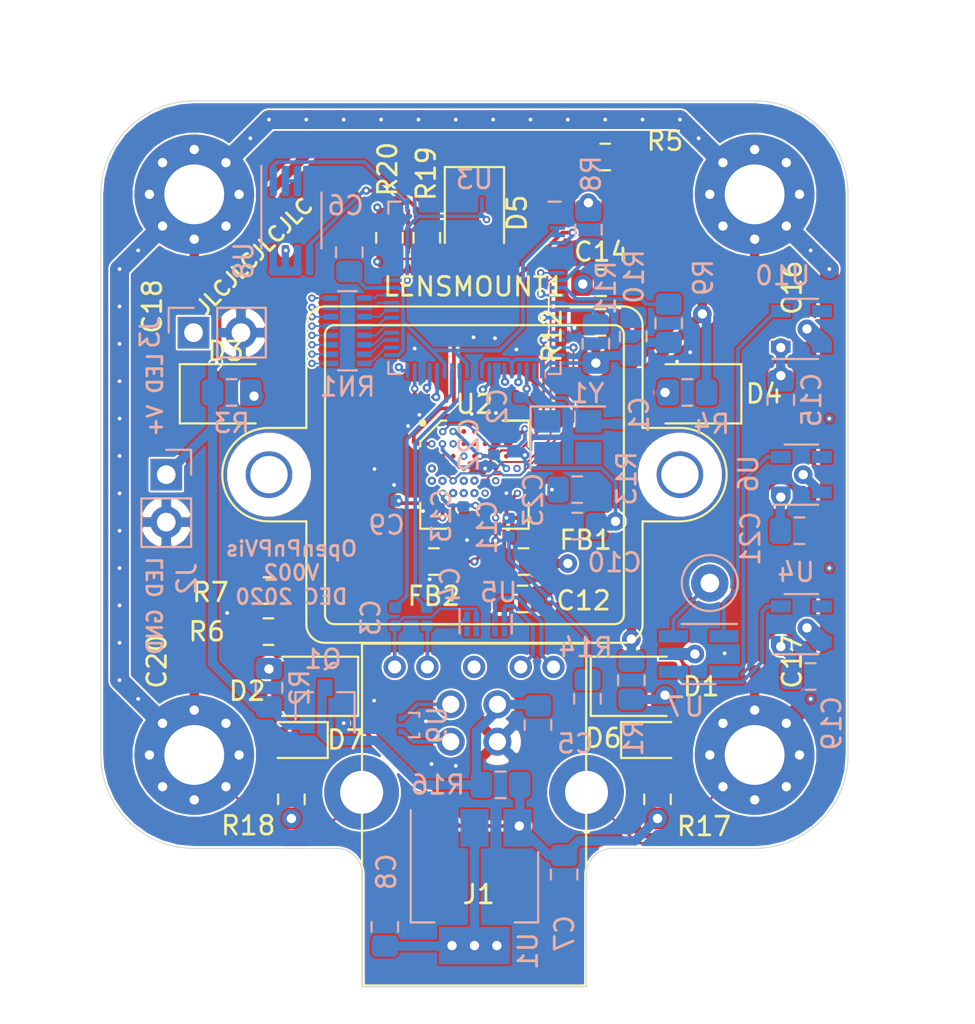
<source format=kicad_pcb>
(kicad_pcb (version 20171130) (host pcbnew "(5.1.6)-1")
  (layers (0 F.Cu signal) (1 In1.Cu signal) (2 In2.Cu signal) (31 B.Cu signal) (34 B.Paste user) (35 F.Paste user) (36 B.SilkS user) (37 F.SilkS user) (38 B.Mask user) (39 F.Mask user) (44 Edge.Cuts user))
  (net 0 "")
  (net 1 +3V3)
  (net 2 +5V)
  (net 3 GND)
  (net 4 "Net-(D1-Pad2)")
  (net 5 "Net-(D2-Pad2)")
  (net 6 "Net-(D3-Pad2)")
  (net 7 "Net-(D4-Pad2)")
  (net 8 "Net-(D5-Pad2)")
  (net 9 /H_Valid)
  (net 10 /P_CLK)
  (net 11 /MIPI_CH2_p)
  (net 12 /MIPI_CH2_n)
  (net 13 /F_VALID)
  (net 14 /MIPI_CH1_p)
  (net 15 /MIPI_CH1_n)
  (net 16 /FLASH_SIG)
  (net 17 "Net-(U2-PadA7)")
  (net 18 "Net-(U2-PadE9)")
  (net 19 "Net-(U2-PadG9)")
  (net 20 GNDA)
  (net 21 "Net-(U3-Pad19)")
  (net 22 "Net-(U3-Pad16)")
  (net 23 /C_DAT7)
  (net 24 /C_DAT5)
  (net 25 /C_DAT6)
  (net 26 /C_DAT2)
  (net 27 /C_DAT4)
  (net 28 /C_DAT1)
  (net 29 /C_DAT3)
  (net 30 /C_DAT0)
  (net 31 /USB_D+)
  (net 32 /USB_D-)
  (net 33 /VIN)
  (net 34 /USB_SSRX+)
  (net 35 /USB_SSTX-)
  (net 36 /USB_SSTX+)
  (net 37 /USB_SSRX-)
  (net 38 /XI)
  (net 39 /XO)
  (net 40 "Net-(R6-Pad2)")
  (net 41 "Net-(R8-Pad2)")
  (net 42 "Net-(R9-Pad2)")
  (net 43 "Net-(R10-Pad2)")
  (net 44 "Net-(R11-Pad2)")
  (net 45 "Net-(R12-Pad2)")
  (net 46 "Net-(R13-Pad2)")
  (net 47 /SDA)
  (net 48 /SCL)
  (net 49 /~OE)
  (net 50 /DV10)
  (net 51 /MIPI_CLK_p)
  (net 52 /MIPI_CLK_n)
  (net 53 "Net-(U4-Pad4)")
  (net 54 "Net-(U6-Pad4)")
  (net 55 +2V8)
  (net 56 +1V2)
  (net 57 /1V2_EN)
  (net 58 /33MHZ_CLK)
  (net 59 /66MHZ_CLK)
  (net 60 /~33MHZ_CLK)
  (net 61 Earth)
  (net 62 "Net-(U5-Pad10)")
  (net 63 "Net-(U5-Pad7)")
  (net 64 "Net-(U5-Pad6)")
  (net 65 "Net-(U5-Pad9)")
  (net 66 "Net-(D6-Pad2)")
  (net 67 "Net-(D7-Pad2)")
  (net 68 /2V8_EN)
  (net 69 /Sensor_CLK)
  (net 70 /LED_V+)
  (net 71 /AT_TINY_RST)
  (net 72 "Net-(U2-PadC1)")
  (net 73 "Net-(U2-PadD2)")
  (net 74 "Net-(U2-PadD3)")
  (net 75 "Net-(U2-PadD4)")
  (net 76 /CAM_TRIG)
  (net 77 /USB_SSTX-_C)
  (net 78 /USB_SSTX+_C)
  (net 79 /VAA)
  (net 80 +2V5)
  (net 81 /2V5_EN)
  (net 82 "Net-(U10-Pad4)")
  (net 83 "Net-(RN1-Pad10)")
  (net 84 "Net-(RN1-Pad12)")
  (net 85 "Net-(RN1-Pad11)")
  (net 86 "Net-(RN1-Pad13)")
  (net 87 "Net-(RN1-Pad14)")
  (net 88 "Net-(RN1-Pad15)")
  (net 89 "Net-(RN1-Pad9)")
  (net 90 "Net-(RN1-Pad16)")
  (module Capacitor_SMD:C_0402_1005Metric (layer B.Cu) (at 157.05 103.3 90)
    (fp_text reference C23 (at -3.05 1.1 90) (layer B.SilkS) (effects (justify mirror)))
    (fp_text value 100nF)
    (pad 2 smd roundrect (at 0.485 0 90) (size 0.59 0.64) (layers B.Cu B.Paste B.Mask) (net 3 GND))
    (pad 1 smd roundrect (at -0.485 0 90) (size 0.59 0.64) (layers B.Cu B.Paste B.Mask) (net 55 +2V8))
  )
  (module Capacitor_SMD:C_0402_1005Metric (layer B.Cu) (at 156.05 103.45 90)
    (fp_text reference C22 (at 0.05 -1.35 90) (layer B.SilkS) (effects (justify mirror)))
    (fp_text value 100nF)
    (pad 2 smd roundrect (at 0.485 0 90) (size 0.59 0.64) (layers B.Cu B.Paste B.Mask) (net 3 GND))
    (pad 1 smd roundrect (at -0.485 0 90) (size 0.59 0.64) (layers B.Cu B.Paste B.Mask) (net 56 +1V2))
  )
  (module Capacitor_SMD:C_0402_1005Metric (layer F.Cu) (at 140 114.85 270)
    (fp_text reference C20 (at 0.15 2 90) (layer F.SilkS))
    (fp_text value 100nF)
    (pad 2 smd roundrect (at 0.485 0 270) (size 0.59 0.64) (layers F.Cu F.Paste F.Mask) (net 61 Earth))
    (pad 1 smd roundrect (at -0.485 0 270) (size 0.59 0.64) (layers F.Cu F.Paste F.Mask) (net 3 GND))
  )
  (module Capacitor_SMD:C_0402_1005Metric (layer F.Cu) (at 140 95 90)
    (fp_text reference C18 (at -1 -2.25 90) (layer F.SilkS))
    (fp_text value 100nF)
    (pad 2 smd roundrect (at 0.485 0 90) (size 0.59 0.64) (layers F.Cu F.Paste F.Mask) (net 61 Earth))
    (pad 1 smd roundrect (at -0.485 0 90) (size 0.59 0.64) (layers F.Cu F.Paste F.Mask) (net 3 GND))
  )
  (module Capacitor_SMD:C_0402_1005Metric (layer F.Cu) (at 170 115 270)
    (fp_text reference C17 (at 0 -2 270) (layer F.SilkS))
    (fp_text value 100nF)
    (pad 2 smd roundrect (at 0.485 0 270) (size 0.59 0.64) (layers F.Cu F.Paste F.Mask) (net 61 Earth))
    (pad 1 smd roundrect (at -0.485 0 270) (size 0.59 0.64) (layers F.Cu F.Paste F.Mask) (net 3 GND))
  )
  (module Capacitor_SMD:C_0402_1005Metric (layer F.Cu) (at 170 95 90)
    (fp_text reference C16 (at 0 2 90) (layer F.SilkS))
    (fp_text value 100nF)
    (pad 2 smd roundrect (at 0.485 0 90) (size 0.59 0.64) (layers F.Cu F.Paste F.Mask) (net 61 Earth))
    (pad 1 smd roundrect (at -0.485 0 90) (size 0.59 0.64) (layers F.Cu F.Paste F.Mask) (net 3 GND))
  )
  (module Capacitor_SMD:C_0402_1005Metric (layer B.Cu) (at 154.4 107.2 270)
    (fp_text reference C13 (at 0 1.17 90) (layer B.SilkS) (effects (justify mirror)))
    (fp_text value 100nF)
    (pad 2 smd roundrect (at 0.485 0 270) (size 0.59 0.64) (layers B.Cu B.Paste B.Mask) (net 3 GND))
    (pad 1 smd roundrect (at -0.485 0 270) (size 0.59 0.64) (layers B.Cu B.Paste B.Mask) (net 56 +1V2))
  )
  (module Capacitor_SMD:C_0402_1005Metric (layer B.Cu) (at 156.85 107.815 270)
    (fp_text reference C11 (at 0 1.17 90) (layer B.SilkS) (effects (justify mirror)))
    (fp_text value 100nF)
    (pad 2 smd roundrect (at 0.485 0 270) (size 0.59 0.64) (layers B.Cu B.Paste B.Mask) (net 20 GNDA))
    (pad 1 smd roundrect (at -0.485 0 270) (size 0.59 0.64) (layers B.Cu B.Paste B.Mask) (net 79 /VAA))
  )
  (module Capacitor_SMD:C_0402_1005Metric (layer B.Cu) (at 150.3 106.4 180)
    (fp_text reference C9 (at 0 -1.3) (layer B.SilkS) (effects (justify mirror)))
    (fp_text value 100nF)
    (pad 2 smd roundrect (at 0.485 0 180) (size 0.59 0.64) (layers B.Cu B.Paste B.Mask) (net 3 GND))
    (pad 1 smd roundrect (at -0.485 0 180) (size 0.59 0.64) (layers B.Cu B.Paste B.Mask) (net 55 +2V8))
  )
  (module Capacitor_SMD:C_0402_1005Metric (layer B.Cu) (at 152.45 112.6 90)
    (fp_text reference C4 (at 1.7 1.25 270) (layer B.SilkS) (effects (justify mirror)))
    (fp_text value 100nF)
    (pad 2 smd roundrect (at 0.485 0 90) (size 0.59 0.64) (layers B.Cu B.Paste B.Mask) (net 36 /USB_SSTX+))
    (pad 1 smd roundrect (at -0.485 0 90) (size 0.59 0.64) (layers B.Cu B.Paste B.Mask) (net 78 /USB_SSTX+_C))
  )
  (module Capacitor_SMD:C_0402_1005Metric (layer B.Cu) (at 150.75 112.6 90)
    (fp_text reference C3 (at -0.05 -1.3 90) (layer B.SilkS) (effects (justify mirror)))
    (fp_text value 100nF)
    (pad 2 smd roundrect (at 0.485 0 90) (size 0.59 0.64) (layers B.Cu B.Paste B.Mask) (net 35 /USB_SSTX-))
    (pad 1 smd roundrect (at -0.485 0 90) (size 0.59 0.64) (layers B.Cu B.Paste B.Mask) (net 77 /USB_SSTX-_C))
  )
  (module Capacitor_SMD:C_0402_1005Metric (layer B.Cu) (at 157.4 101.35 270)
    (fp_text reference C2 (at 0 1.17 90) (layer B.SilkS) (effects (justify mirror)))
    (fp_text value 100nF)
    (pad 2 smd roundrect (at 0.485 0 270) (size 0.59 0.64) (layers B.Cu B.Paste B.Mask) (net 3 GND))
    (pad 1 smd roundrect (at -0.485 0 270) (size 0.59 0.64) (layers B.Cu B.Paste B.Mask) (net 39 /XO))
  )
  (module Capacitor_SMD:C_0402_1005Metric (layer B.Cu) (at 162.65 101.8 90)
    (fp_text reference C1 (at 0 1.17 90) (layer B.SilkS) (effects (justify mirror)))
    (fp_text value 100nF)
    (pad 2 smd roundrect (at 0.485 0 90) (size 0.59 0.64) (layers B.Cu B.Paste B.Mask) (net 3 GND))
    (pad 1 smd roundrect (at -0.485 0 90) (size 0.59 0.64) (layers B.Cu B.Paste B.Mask) (net 38 /XI))
  )
  (module Resistor_SMD:R_0805_2012Metric_Pad1.15x1.40mm_HandSolder (layer F.Cu) (at 152.825 109.65)
    (fp_text reference FB2 (at 0 1.85) (layer F.SilkS))
    (fp_text value Ferrite_Bead_Small)
    (pad 2 smd roundrect (at 1.025 0) (size 1.15 1.4) (layers F.Cu F.Paste F.Mask) (roundrect_rratio 0.217391) (net 20 GNDA))
    (pad 1 smd roundrect (at -1.025 0) (size 1.15 1.4) (layers F.Cu F.Paste F.Mask) (roundrect_rratio 0.217391) (net 3 GND))
  )
  (module Resistor_SMD:R_0805_2012Metric_Pad1.15x1.40mm_HandSolder (layer F.Cu) (at 157.625 109.65 180)
    (fp_text reference FB1 (at -3.325 1.15) (layer F.SilkS))
    (fp_text value Ferrite_Bead_Small)
    (pad 2 smd roundrect (at 1.025 0 180) (size 1.15 1.4) (layers F.Cu F.Paste F.Mask) (roundrect_rratio 0.217391) (net 79 /VAA))
    (pad 1 smd roundrect (at -1.025 0 180) (size 1.15 1.4) (layers F.Cu F.Paste F.Mask) (roundrect_rratio 0.217391) (net 80 +2V5))
  )
  (module Resistor_SMD:R_Array_Convex_8x0602 (layer B.Cu) (at 148.2 97.3)
    (fp_text reference RN1 (at 0 3) (layer B.SilkS) (effects (justify mirror)))
    (fp_text value 33)
    (pad 10 smd rect (at 0.9 -1.25) (size 0.8 0.3) (layers B.Cu B.Paste B.Mask) (net 83 "Net-(RN1-Pad10)"))
    (pad 12 smd rect (at 0.9 -0.25) (size 0.8 0.3) (layers B.Cu B.Paste B.Mask) (net 84 "Net-(RN1-Pad12)"))
    (pad 11 smd rect (at 0.9 -0.75) (size 0.8 0.3) (layers B.Cu B.Paste B.Mask) (net 85 "Net-(RN1-Pad11)"))
    (pad 13 smd rect (at 0.9 0.25) (size 0.8 0.3) (layers B.Cu B.Paste B.Mask) (net 86 "Net-(RN1-Pad13)"))
    (pad 14 smd rect (at 0.9 0.75) (size 0.8 0.3) (layers B.Cu B.Paste B.Mask) (net 87 "Net-(RN1-Pad14)"))
    (pad 15 smd rect (at 0.9 1.25) (size 0.8 0.3) (layers B.Cu B.Paste B.Mask) (net 88 "Net-(RN1-Pad15)"))
    (pad 7 smd rect (at -0.9 -1.25) (size 0.8 0.3) (layers B.Cu B.Paste B.Mask) (net 25 /C_DAT6))
    (pad 6 smd rect (at -0.9 -0.75) (size 0.8 0.3) (layers B.Cu B.Paste B.Mask) (net 24 /C_DAT5))
    (pad 5 smd rect (at -0.9 -0.25) (size 0.8 0.3) (layers B.Cu B.Paste B.Mask) (net 27 /C_DAT4))
    (pad 4 smd rect (at -0.9 0.25) (size 0.8 0.3) (layers B.Cu B.Paste B.Mask) (net 29 /C_DAT3))
    (pad 3 smd rect (at -0.9 0.75) (size 0.8 0.3) (layers B.Cu B.Paste B.Mask) (net 26 /C_DAT2))
    (pad 2 smd rect (at -0.9 1.25) (size 0.8 0.3) (layers B.Cu B.Paste B.Mask) (net 28 /C_DAT1))
    (pad 9 smd rect (at 0.9 -1.75) (size 0.8 0.3) (layers B.Cu B.Paste B.Mask) (net 89 "Net-(RN1-Pad9)"))
    (pad 8 smd rect (at -0.9 -1.75) (size 0.8 0.3) (layers B.Cu B.Paste B.Mask) (net 23 /C_DAT7))
    (pad 16 smd rect (at 0.9 1.75) (size 0.8 0.3) (layers B.Cu B.Paste B.Mask) (net 90 "Net-(RN1-Pad16)"))
    (pad 1 smd rect (at -0.9 1.75) (size 0.8 0.3) (layers B.Cu B.Paste B.Mask) (net 30 /C_DAT0))
  )
  (module Package_TO_SOT_SMD:SOT-23-5 (layer B.Cu) (at 172.5 97.2)
    (fp_text reference U10 (at -1 -2.85) (layer B.SilkS) (effects (justify mirror)))
    (fp_text value AP2127K-2.5)
    (pad 5 smd rect (at 1.1 0.95) (size 1.06 0.65) (layers B.Cu B.Paste B.Mask) (net 80 +2V5))
    (pad 4 smd rect (at 1.1 -0.95) (size 1.06 0.65) (layers B.Cu B.Paste B.Mask) (net 82 "Net-(U10-Pad4)"))
    (pad 3 smd rect (at -1.1 -0.95) (size 1.06 0.65) (layers B.Cu B.Paste B.Mask) (net 81 /2V5_EN))
    (pad 2 smd rect (at -1.1 0) (size 1.06 0.65) (layers B.Cu B.Paste B.Mask) (net 3 GND))
    (pad 1 smd rect (at -1.1 0.95) (size 1.06 0.65) (layers B.Cu B.Paste B.Mask) (net 1 +3V3))
  )
  (module Connector_PinHeader_2.54mm:PinHeader_1x02_P2.54mm_Vertical (layer B.Cu) (at 139.96 97.4 270)
    (fp_text reference J3 (at 0 2.33 270) (layer B.SilkS) (effects (justify mirror)))
    (fp_text value Conn_01x02)
    (pad 2 thru_hole oval (at 0 -2.54 270) (size 1.7 1.7) (drill 1) (layers *.Cu *.Mask) (net 3 GND))
    (pad 1 thru_hole rect (at 0 0 270) (size 1.7 1.7) (drill 1) (layers *.Cu *.Mask) (net 76 /CAM_TRIG))
  )
  (module Capacitor_SMD:C_0805_2012Metric_Pad1.15x1.40mm_HandSolder (layer B.Cu) (at 171.4 101 90)
    (fp_text reference C15 (at 0 1.65 90) (layer B.SilkS) (effects (justify mirror)))
    (fp_text value 10uF)
    (pad 2 smd roundrect (at 1.025 0 90) (size 1.15 1.4) (layers B.Cu B.Paste B.Mask) (roundrect_rratio 0.217391) (net 1 +3V3))
    (pad 1 smd roundrect (at -1.025 0 90) (size 1.15 1.4) (layers B.Cu B.Paste B.Mask) (roundrect_rratio 0.217391) (net 3 GND))
  )
  (module Package_TO_SOT_SMD:Texas_DRT-3 (layer B.Cu) (at 151.5 118.4 90)
    (fp_text reference U9 (at 0 1.5 270) (layer B.SilkS) (effects (justify mirror)))
    (fp_text value TPD2EUSB30)
    (pad 3 smd rect (at 0 0.425 90) (size 0.3 0.3) (layers B.Cu B.Paste B.Mask) (net 3 GND))
    (pad 2 smd rect (at 0.35 -0.425 90) (size 0.3 0.3) (layers B.Cu B.Paste B.Mask) (net 32 /USB_D-))
    (pad 1 smd rect (at -0.35 -0.425 90) (size 0.3 0.3) (layers B.Cu B.Paste B.Mask) (net 31 /USB_D+))
  )
  (module Package_SON:USON-10_2.5x1.0mm_P0.5mm (layer B.Cu) (at 155.6 113 270)
    (fp_text reference U5 (at -1.7 -0.7 180) (layer B.SilkS) (effects (justify mirror)))
    (fp_text value TPD4EUSB30)
    (pad 8 smd rect (at 0.385 0) (size 0.4 0.55) (layers B.Cu B.Paste B.Mask) (net 3 GND))
    (pad 10 smd rect (at 0.385 1) (size 0.3 0.55) (layers B.Cu B.Paste B.Mask) (net 62 "Net-(U5-Pad10)"))
    (pad 7 smd rect (at 0.385 -0.5) (size 0.3 0.55) (layers B.Cu B.Paste B.Mask) (net 63 "Net-(U5-Pad7)"))
    (pad 6 smd rect (at 0.385 -1) (size 0.3 0.55) (layers B.Cu B.Paste B.Mask) (net 64 "Net-(U5-Pad6)"))
    (pad 9 smd rect (at 0.385 0.5) (size 0.3 0.55) (layers B.Cu B.Paste B.Mask) (net 65 "Net-(U5-Pad9)"))
    (pad 5 smd rect (at -0.385 -1) (size 0.3 0.55) (layers B.Cu B.Paste B.Mask) (net 37 /USB_SSRX-))
    (pad 4 smd rect (at -0.385 -0.5) (size 0.3 0.55) (layers B.Cu B.Paste B.Mask) (net 34 /USB_SSRX+))
    (pad 3 smd rect (at -0.385 0) (size 0.4 0.55) (layers B.Cu B.Paste B.Mask) (net 3 GND))
    (pad 2 smd rect (at -0.385 0.5) (size 0.3 0.55) (layers B.Cu B.Paste B.Mask) (net 77 /USB_SSTX-_C))
    (pad 1 smd rect (at -0.385 1) (size 0.3 0.55) (layers B.Cu B.Paste B.Mask) (net 78 /USB_SSTX+_C))
  )
  (module Resistor_SMD:R_0805_2012Metric_Pad1.15x1.40mm_HandSolder (layer F.Cu) (at 162 88 180)
    (fp_text reference R5 (at -3.2 0.85 180) (layer F.SilkS))
    (fp_text value 100)
    (pad 2 smd roundrect (at 1.025 0 180) (size 1.15 1.4) (layers F.Cu F.Paste F.Mask) (roundrect_rratio 0.217391) (net 8 "Net-(D5-Pad2)"))
    (pad 1 smd roundrect (at -1.025 0 180) (size 1.15 1.4) (layers F.Cu F.Paste F.Mask) (roundrect_rratio 0.217391) (net 70 /LED_V+))
  )
  (module Crystal:Crystal_SMD_3225-4Pin_3.2x2.5mm (layer B.Cu) (at 160 103)
    (fp_text reference Y1 (at 1.05 -2.35) (layer B.SilkS) (effects (justify mirror)))
    (fp_text value 30MHz)
    (pad 4 smd rect (at -1.1 0.85) (size 1.4 1.2) (layers B.Cu B.Paste B.Mask))
    (pad 3 smd rect (at 1.1 0.85) (size 1.4 1.2) (layers B.Cu B.Paste B.Mask))
    (pad 2 smd rect (at 1.1 -0.85) (size 1.4 1.2) (layers B.Cu B.Paste B.Mask) (net 38 /XI))
    (pad 1 smd rect (at -1.1 -0.85) (size 1.4 1.2) (layers B.Cu B.Paste B.Mask) (net 39 /XO))
  )
  (module Package_SO:MSOP-8_3x3mm_P0.65mm (layer B.Cu) (at 145.2 91.4 270)
    (fp_text reference U8 (at 2.15 2.55 90) (layer B.SilkS) (effects (justify mirror)))
    (fp_text value 74LVC2G74)
    (pad 8 smd roundrect (at 2.1125 0.975 270) (size 1.625 0.4) (layers B.Cu B.Paste B.Mask) (net 55 +2V8))
    (pad 7 smd roundrect (at 2.1125 0.325 270) (size 1.625 0.4) (layers B.Cu B.Paste B.Mask) (net 55 +2V8))
    (pad 6 smd roundrect (at 2.1125 -0.325 270) (size 1.625 0.4) (layers B.Cu B.Paste B.Mask) (net 55 +2V8))
    (pad 5 smd roundrect (at 2.1125 -0.975 270) (size 1.625 0.4) (layers B.Cu B.Paste B.Mask) (net 58 /33MHZ_CLK))
    (pad 4 smd roundrect (at -2.1125 -0.975 270) (size 1.625 0.4) (layers B.Cu B.Paste B.Mask) (net 3 GND))
    (pad 3 smd roundrect (at -2.1125 -0.325 270) (size 1.625 0.4) (layers B.Cu B.Paste B.Mask) (net 60 /~33MHZ_CLK))
    (pad 2 smd roundrect (at -2.1125 0.325 270) (size 1.625 0.4) (layers B.Cu B.Paste B.Mask) (net 60 /~33MHZ_CLK))
    (pad 1 smd roundrect (at -2.1125 0.975 270) (size 1.625 0.4) (layers B.Cu B.Paste B.Mask) (net 59 /66MHZ_CLK))
  )
  (module Package_DFN_QFN:QFN-76-1EP_9x9mm_P0.4mm_EP3.8x3.8mm (layer B.Cu) (at 155 95 180)
    (fp_text reference U3 (at 0 5.8) (layer B.SilkS) (effects (justify mirror)))
    (fp_text value FT602Q)
    (pad 77 smd rect (at 0 0 180) (size 3.8 3.8) (layers B.Cu B.Mask) (net 3 GND))
    (pad 76 smd roundrect (at -3.6 4.4375 180) (size 0.2 0.825) (layers B.Cu B.Paste B.Mask) (net 3 GND))
    (pad 75 smd roundrect (at -3.2 4.4375 180) (size 0.2 0.825) (layers B.Cu B.Paste B.Mask) (net 3 GND))
    (pad 74 smd roundrect (at -2.8 4.4375 180) (size 0.2 0.825) (layers B.Cu B.Paste B.Mask) (net 3 GND))
    (pad 73 smd roundrect (at -2.4 4.4375 180) (size 0.2 0.825) (layers B.Cu B.Paste B.Mask) (net 3 GND))
    (pad 72 smd roundrect (at -2 4.4375 180) (size 0.2 0.825) (layers B.Cu B.Paste B.Mask) (net 3 GND))
    (pad 71 smd roundrect (at -1.6 4.4375 180) (size 0.2 0.825) (layers B.Cu B.Paste B.Mask) (net 3 GND))
    (pad 70 smd roundrect (at -1.2 4.4375 180) (size 0.2 0.825) (layers B.Cu B.Paste B.Mask) (net 3 GND))
    (pad 69 smd roundrect (at -0.8 4.4375 180) (size 0.2 0.825) (layers B.Cu B.Paste B.Mask) (net 3 GND))
    (pad 68 smd roundrect (at -0.4 4.4375 180) (size 0.2 0.825) (layers B.Cu B.Paste B.Mask) (net 80 +2V5))
    (pad 67 smd roundrect (at 0 4.4375 180) (size 0.2 0.825) (layers B.Cu B.Paste B.Mask) (net 3 GND))
    (pad 66 smd roundrect (at 0.4 4.4375 180) (size 0.2 0.825) (layers B.Cu B.Paste B.Mask) (net 3 GND))
    (pad 65 smd roundrect (at 0.8 4.4375 180) (size 0.2 0.825) (layers B.Cu B.Paste B.Mask) (net 3 GND))
    (pad 64 smd roundrect (at 1.2 4.4375 180) (size 0.2 0.825) (layers B.Cu B.Paste B.Mask) (net 3 GND))
    (pad 63 smd roundrect (at 1.6 4.4375 180) (size 0.2 0.825) (layers B.Cu B.Paste B.Mask) (net 3 GND))
    (pad 62 smd roundrect (at 2 4.4375 180) (size 0.2 0.825) (layers B.Cu B.Paste B.Mask) (net 3 GND))
    (pad 61 smd roundrect (at 2.4 4.4375 180) (size 0.2 0.825) (layers B.Cu B.Paste B.Mask) (net 3 GND))
    (pad 60 smd roundrect (at 2.8 4.4375 180) (size 0.2 0.825) (layers B.Cu B.Paste B.Mask) (net 3 GND))
    (pad 59 smd roundrect (at 3.2 4.4375 180) (size 0.2 0.825) (layers B.Cu B.Paste B.Mask) (net 80 +2V5))
    (pad 58 smd roundrect (at 3.6 4.4375 180) (size 0.2 0.825) (layers B.Cu B.Paste B.Mask) (net 59 /66MHZ_CLK))
    (pad 57 smd roundrect (at 4.4375 3.6 180) (size 0.825 0.2) (layers B.Cu B.Paste B.Mask) (net 3 GND))
    (pad 56 smd roundrect (at 4.4375 3.2 180) (size 0.825 0.2) (layers B.Cu B.Paste B.Mask) (net 3 GND))
    (pad 55 smd roundrect (at 4.4375 2.8 180) (size 0.825 0.2) (layers B.Cu B.Paste B.Mask) (net 3 GND))
    (pad 54 smd roundrect (at 4.4375 2.4 180) (size 0.825 0.2) (layers B.Cu B.Paste B.Mask) (net 3 GND))
    (pad 53 smd roundrect (at 4.4375 2 180) (size 0.825 0.2) (layers B.Cu B.Paste B.Mask) (net 3 GND))
    (pad 52 smd roundrect (at 4.4375 1.6 180) (size 0.825 0.2) (layers B.Cu B.Paste B.Mask) (net 3 GND))
    (pad 51 smd roundrect (at 4.4375 1.2 180) (size 0.825 0.2) (layers B.Cu B.Paste B.Mask) (net 3 GND))
    (pad 50 smd roundrect (at 4.4375 0.8 180) (size 0.825 0.2) (layers B.Cu B.Paste B.Mask) (net 3 GND))
    (pad 49 smd roundrect (at 4.4375 0.4 180) (size 0.825 0.2) (layers B.Cu B.Paste B.Mask) (net 80 +2V5))
    (pad 48 smd roundrect (at 4.4375 0 180) (size 0.825 0.2) (layers B.Cu B.Paste B.Mask) (net 50 /DV10))
    (pad 47 smd roundrect (at 4.4375 -0.4 180) (size 0.825 0.2) (layers B.Cu B.Paste B.Mask) (net 89 "Net-(RN1-Pad9)"))
    (pad 46 smd roundrect (at 4.4375 -0.8 180) (size 0.825 0.2) (layers B.Cu B.Paste B.Mask) (net 83 "Net-(RN1-Pad10)"))
    (pad 45 smd roundrect (at 4.4375 -1.2 180) (size 0.825 0.2) (layers B.Cu B.Paste B.Mask) (net 85 "Net-(RN1-Pad11)"))
    (pad 44 smd roundrect (at 4.4375 -1.6 180) (size 0.825 0.2) (layers B.Cu B.Paste B.Mask) (net 84 "Net-(RN1-Pad12)"))
    (pad 43 smd roundrect (at 4.4375 -2 180) (size 0.825 0.2) (layers B.Cu B.Paste B.Mask) (net 86 "Net-(RN1-Pad13)"))
    (pad 42 smd roundrect (at 4.4375 -2.4 180) (size 0.825 0.2) (layers B.Cu B.Paste B.Mask) (net 87 "Net-(RN1-Pad14)"))
    (pad 41 smd roundrect (at 4.4375 -2.8 180) (size 0.825 0.2) (layers B.Cu B.Paste B.Mask) (net 88 "Net-(RN1-Pad15)"))
    (pad 40 smd roundrect (at 4.4375 -3.2 180) (size 0.825 0.2) (layers B.Cu B.Paste B.Mask) (net 90 "Net-(RN1-Pad16)"))
    (pad 39 smd roundrect (at 4.4375 -3.6 180) (size 0.825 0.2) (layers B.Cu B.Paste B.Mask) (net 50 /DV10))
    (pad 38 smd roundrect (at 3.6 -4.4375 180) (size 0.2 0.825) (layers B.Cu B.Paste B.Mask) (net 1 +3V3))
    (pad 37 smd roundrect (at 3.2 -4.4375 180) (size 0.2 0.825) (layers B.Cu B.Paste B.Mask) (net 40 "Net-(R6-Pad2)"))
    (pad 36 smd roundrect (at 2.8 -4.4375 180) (size 0.2 0.825) (layers B.Cu B.Paste B.Mask) (net 3 GND))
    (pad 35 smd roundrect (at 2.4 -4.4375 180) (size 0.2 0.825) (layers B.Cu B.Paste B.Mask) (net 37 /USB_SSRX-))
    (pad 34 smd roundrect (at 2 -4.4375 180) (size 0.2 0.825) (layers B.Cu B.Paste B.Mask) (net 34 /USB_SSRX+))
    (pad 33 smd roundrect (at 1.6 -4.4375 180) (size 0.2 0.825) (layers B.Cu B.Paste B.Mask) (net 50 /DV10))
    (pad 32 smd roundrect (at 1.2 -4.4375 180) (size 0.2 0.825) (layers B.Cu B.Paste B.Mask) (net 35 /USB_SSTX-))
    (pad 31 smd roundrect (at 0.8 -4.4375 180) (size 0.2 0.825) (layers B.Cu B.Paste B.Mask) (net 36 /USB_SSTX+))
    (pad 30 smd roundrect (at 0.4 -4.4375 180) (size 0.2 0.825) (layers B.Cu B.Paste B.Mask) (net 50 /DV10))
    (pad 29 smd roundrect (at 0 -4.4375 180) (size 0.2 0.825) (layers B.Cu B.Paste B.Mask) (net 3 GND))
    (pad 28 smd roundrect (at -0.4 -4.4375 180) (size 0.2 0.825) (layers B.Cu B.Paste B.Mask) (net 1 +3V3))
    (pad 27 smd roundrect (at -0.8 -4.4375 180) (size 0.2 0.825) (layers B.Cu B.Paste B.Mask) (net 46 "Net-(R13-Pad2)"))
    (pad 26 smd roundrect (at -1.2 -4.4375 180) (size 0.2 0.825) (layers B.Cu B.Paste B.Mask) (net 3 GND))
    (pad 25 smd roundrect (at -1.6 -4.4375 180) (size 0.2 0.825) (layers B.Cu B.Paste B.Mask) (net 32 /USB_D-))
    (pad 24 smd roundrect (at -2 -4.4375 180) (size 0.2 0.825) (layers B.Cu B.Paste B.Mask) (net 1 +3V3))
    (pad 23 smd roundrect (at -2.4 -4.4375 180) (size 0.2 0.825) (layers B.Cu B.Paste B.Mask) (net 31 /USB_D+))
    (pad 22 smd roundrect (at -2.8 -4.4375 180) (size 0.2 0.825) (layers B.Cu B.Paste B.Mask) (net 39 /XO))
    (pad 21 smd roundrect (at -3.2 -4.4375 180) (size 0.2 0.825) (layers B.Cu B.Paste B.Mask) (net 38 /XI))
    (pad 20 smd roundrect (at -3.6 -4.4375 180) (size 0.2 0.825) (layers B.Cu B.Paste B.Mask) (net 1 +3V3))
    (pad 19 smd roundrect (at -4.4375 -3.6 180) (size 0.825 0.2) (layers B.Cu B.Paste B.Mask) (net 21 "Net-(U3-Pad19)"))
    (pad 18 smd roundrect (at -4.4375 -3.2 180) (size 0.825 0.2) (layers B.Cu B.Paste B.Mask) (net 47 /SDA))
    (pad 17 smd roundrect (at -4.4375 -2.8 180) (size 0.825 0.2) (layers B.Cu B.Paste B.Mask) (net 48 /SCL))
    (pad 16 smd roundrect (at -4.4375 -2.4 180) (size 0.825 0.2) (layers B.Cu B.Paste B.Mask) (net 22 "Net-(U3-Pad16)"))
    (pad 15 smd roundrect (at -4.4375 -2 180) (size 0.825 0.2) (layers B.Cu B.Paste B.Mask) (net 45 "Net-(R12-Pad2)"))
    (pad 14 smd roundrect (at -4.4375 -1.6 180) (size 0.825 0.2) (layers B.Cu B.Paste B.Mask) (net 80 +2V5))
    (pad 13 smd roundrect (at -4.4375 -1.2 180) (size 0.825 0.2) (layers B.Cu B.Paste B.Mask) (net 44 "Net-(R11-Pad2)"))
    (pad 12 smd roundrect (at -4.4375 -0.8 180) (size 0.825 0.2) (layers B.Cu B.Paste B.Mask) (net 43 "Net-(R10-Pad2)"))
    (pad 11 smd roundrect (at -4.4375 -0.4 180) (size 0.825 0.2) (layers B.Cu B.Paste B.Mask) (net 13 /F_VALID))
    (pad 10 smd roundrect (at -4.4375 0 180) (size 0.825 0.2) (layers B.Cu B.Paste B.Mask) (net 42 "Net-(R9-Pad2)"))
    (pad 9 smd roundrect (at -4.4375 0.4 180) (size 0.825 0.2) (layers B.Cu B.Paste B.Mask) (net 41 "Net-(R8-Pad2)"))
    (pad 8 smd roundrect (at -4.4375 0.8 180) (size 0.825 0.2) (layers B.Cu B.Paste B.Mask) (net 49 /~OE))
    (pad 7 smd roundrect (at -4.4375 1.2 180) (size 0.825 0.2) (layers B.Cu B.Paste B.Mask) (net 3 GND))
    (pad 6 smd roundrect (at -4.4375 1.6 180) (size 0.825 0.2) (layers B.Cu B.Paste B.Mask) (net 3 GND))
    (pad 5 smd roundrect (at -4.4375 2 180) (size 0.825 0.2) (layers B.Cu B.Paste B.Mask) (net 3 GND))
    (pad 4 smd roundrect (at -4.4375 2.4 180) (size 0.825 0.2) (layers B.Cu B.Paste B.Mask) (net 9 /H_Valid))
    (pad 3 smd roundrect (at -4.4375 2.8 180) (size 0.825 0.2) (layers B.Cu B.Paste B.Mask) (net 50 /DV10))
    (pad 2 smd roundrect (at -4.4375 3.2 180) (size 0.825 0.2) (layers B.Cu B.Paste B.Mask) (net 50 /DV10))
    (pad 1 smd roundrect (at -4.4375 3.6 180) (size 0.825 0.2) (layers B.Cu B.Paste B.Mask) (net 3 GND))
  )
  (module Image_Sensors:BGA-72_9x8_5.565x5.545mm (layer F.Cu) (at 155 105)
    (fp_text reference U2 (at 0 -3.7725) (layer F.SilkS))
    (fp_text value ﻿AR0144)
    (pad A1 smd circle (at -2.28 -2.31) (size 0.25 0.25) (layers F.Cu F.Paste F.Mask) (net 3 GND))
    (pad B1 smd circle (at -2.28 -1.65) (size 0.25 0.25) (layers F.Cu F.Paste F.Mask) (net 9 /H_Valid))
    (pad C1 smd circle (at -2.28 -0.99) (size 0.25 0.25) (layers F.Cu F.Paste F.Mask) (net 72 "Net-(U2-PadC1)"))
    (pad D1 smd circle (at -2.28 -0.33) (size 0.25 0.25) (layers F.Cu F.Paste F.Mask) (net 23 /C_DAT7))
    (pad E1 smd circle (at -2.28 0.33) (size 0.25 0.25) (layers F.Cu F.Paste F.Mask) (net 24 /C_DAT5))
    (pad F1 smd circle (at -2.28 0.99) (size 0.25 0.25) (layers F.Cu F.Paste F.Mask) (net 3 GND))
    (pad G1 smd circle (at -2.28 1.65) (size 0.25 0.25) (layers F.Cu F.Paste F.Mask) (net 55 +2V8))
    (pad H1 smd circle (at -2.28 2.31) (size 0.25 0.25) (layers F.Cu F.Paste F.Mask) (net 79 /VAA))
    (pad A2 smd circle (at -1.71 -2.31) (size 0.25 0.25) (layers F.Cu F.Paste F.Mask) (net 55 +2V8))
    (pad B2 smd circle (at -1.71 -1.65) (size 0.25 0.25) (layers F.Cu F.Paste F.Mask) (net 56 +1V2))
    (pad C2 smd circle (at -1.71 -0.99) (size 0.25 0.25) (layers F.Cu F.Paste F.Mask) (net 55 +2V8))
    (pad D2 smd circle (at -1.71 -0.33) (size 0.25 0.25) (layers F.Cu F.Paste F.Mask) (net 73 "Net-(U2-PadD2)"))
    (pad E2 smd circle (at -1.71 0.33) (size 0.25 0.25) (layers F.Cu F.Paste F.Mask) (net 25 /C_DAT6))
    (pad F2 smd circle (at -1.71 0.99) (size 0.25 0.25) (layers F.Cu F.Paste F.Mask) (net 56 +1V2))
    (pad G2 smd circle (at -1.71 1.65) (size 0.25 0.25) (layers F.Cu F.Paste F.Mask) (net 79 /VAA))
    (pad H2 smd circle (at -1.71 2.31) (size 0.25 0.25) (layers F.Cu F.Paste F.Mask) (net 79 /VAA))
    (pad A3 smd circle (at -1.14 -2.31) (size 0.25 0.25) (layers F.Cu F.Paste F.Mask) (net 56 +1V2))
    (pad B3 smd circle (at -1.14 -1.65) (size 0.25 0.25) (layers F.Cu F.Paste F.Mask) (net 69 /Sensor_CLK))
    (pad C3 smd circle (at -1.14 -0.99) (size 0.25 0.25) (layers F.Cu F.Paste F.Mask) (net 10 /P_CLK))
    (pad D3 smd circle (at -1.14 -0.33) (size 0.25 0.25) (layers F.Cu F.Paste F.Mask) (net 74 "Net-(U2-PadD3)"))
    (pad E3 smd circle (at -1.14 0.33) (size 0.25 0.25) (layers F.Cu F.Paste F.Mask) (net 55 +2V8))
    (pad F3 smd circle (at -1.14 0.99) (size 0.25 0.25) (layers F.Cu F.Paste F.Mask) (net 26 /C_DAT2))
    (pad G3 smd circle (at -1.14 1.65) (size 0.25 0.25) (layers F.Cu F.Paste F.Mask) (net 20 GNDA))
    (pad H3 smd circle (at -1.14 2.31) (size 0.25 0.25) (layers F.Cu F.Paste F.Mask) (net 20 GNDA))
    (pad A4 smd circle (at -0.57 -2.31) (size 0.25 0.25) (layers F.Cu F.Paste F.Mask) (net 11 /MIPI_CH2_p))
    (pad B4 smd circle (at -0.57 -1.65) (size 0.25 0.25) (layers F.Cu F.Paste F.Mask) (net 12 /MIPI_CH2_n))
    (pad C4 smd circle (at -0.57 -0.99) (size 0.25 0.25) (layers F.Cu F.Paste F.Mask) (net 13 /F_VALID))
    (pad D4 smd circle (at -0.57 -0.33) (size 0.25 0.25) (layers F.Cu F.Paste F.Mask) (net 75 "Net-(U2-PadD4)"))
    (pad E4 smd circle (at -0.57 0.33) (size 0.25 0.25) (layers F.Cu F.Paste F.Mask) (net 27 /C_DAT4))
    (pad F4 smd circle (at -0.57 0.99) (size 0.25 0.25) (layers F.Cu F.Paste F.Mask) (net 28 /C_DAT1))
    (pad G4 smd circle (at -0.57 1.65) (size 0.25 0.25) (layers F.Cu F.Paste F.Mask) (net 56 +1V2))
    (pad H4 smd circle (at -0.57 2.31) (size 0.25 0.25) (layers F.Cu F.Paste F.Mask) (net 3 GND))
    (pad A5 smd circle (at 0 -2.31) (size 0.25 0.25) (layers F.Cu F.Paste F.Mask) (net 51 /MIPI_CLK_p))
    (pad B5 smd circle (at 0 -1.65) (size 0.25 0.25) (layers F.Cu F.Paste F.Mask) (net 52 /MIPI_CLK_n))
    (pad C5 smd circle (at 0 -0.99) (size 0.25 0.25) (layers F.Cu F.Paste F.Mask) (net 56 +1V2))
    (pad D5 smd circle (at 0 -0.33) (size 0.25 0.25) (layers F.Cu F.Paste F.Mask) (net 3 GND))
    (pad E5 smd circle (at 0 0.33) (size 0.25 0.25) (layers F.Cu F.Paste F.Mask) (net 29 /C_DAT3))
    (pad F5 smd circle (at 0 0.99) (size 0.25 0.25) (layers F.Cu F.Paste F.Mask) (net 30 /C_DAT0))
    (pad G5 smd circle (at 0 1.65) (size 0.25 0.25) (layers F.Cu F.Paste F.Mask) (net 56 +1V2))
    (pad H5 smd circle (at 0 2.31) (size 0.25 0.25) (layers F.Cu F.Paste F.Mask) (net 3 GND))
    (pad A6 smd circle (at 0.57 -2.31) (size 0.25 0.25) (layers F.Cu F.Paste F.Mask) (net 14 /MIPI_CH1_p))
    (pad B6 smd circle (at 0.57 -1.65) (size 0.25 0.25) (layers F.Cu F.Paste F.Mask) (net 15 /MIPI_CH1_n))
    (pad C6 smd circle (at 0.57 -0.99) (size 0.25 0.25) (layers F.Cu F.Paste F.Mask) (net 56 +1V2))
    (pad D6 smd circle (at 0.57 -0.33) (size 0.25 0.25) (layers F.Cu F.Paste F.Mask) (net 3 GND))
    (pad E6 smd circle (at 0.57 0.33) (size 0.25 0.25) (layers F.Cu F.Paste F.Mask) (net 47 /SDA))
    (pad F6 smd circle (at 0.57 0.99) (size 0.25 0.25) (layers F.Cu F.Paste F.Mask) (net 16 /FLASH_SIG))
    (pad G6 smd circle (at 0.57 1.65) (size 0.25 0.25) (layers F.Cu F.Paste F.Mask) (net 56 +1V2))
    (pad H6 smd circle (at 0.57 2.31) (size 0.25 0.25) (layers F.Cu F.Paste F.Mask) (net 3 GND))
    (pad A7 smd circle (at 1.14 -2.31) (size 0.25 0.25) (layers F.Cu F.Paste F.Mask) (net 17 "Net-(U2-PadA7)"))
    (pad B7 smd circle (at 1.14 -1.65) (size 0.25 0.25) (layers F.Cu F.Paste F.Mask) (net 3 GND))
    (pad C7 smd circle (at 1.14 -0.99) (size 0.25 0.25) (layers F.Cu F.Paste F.Mask) (net 48 /SCL))
    (pad D7 smd circle (at 1.14 -0.33) (size 0.25 0.25) (layers F.Cu F.Paste F.Mask) (net 49 /~OE))
    (pad E7 smd circle (at 1.14 0.33) (size 0.25 0.25) (layers F.Cu F.Paste F.Mask) (net 76 /CAM_TRIG))
    (pad F7 smd circle (at 1.14 0.99) (size 0.25 0.25) (layers F.Cu F.Paste F.Mask) (net 3 GND))
    (pad G7 smd circle (at 1.14 1.65) (size 0.25 0.25) (layers F.Cu F.Paste F.Mask) (net 20 GNDA))
    (pad H7 smd circle (at 1.14 2.31) (size 0.25 0.25) (layers F.Cu F.Paste F.Mask) (net 20 GNDA))
    (pad A8 smd circle (at 1.71 -2.31) (size 0.25 0.25) (layers F.Cu F.Paste F.Mask) (net 3 GND))
    (pad B8 smd circle (at 1.71 -1.65) (size 0.25 0.25) (layers F.Cu F.Paste F.Mask) (net 55 +2V8))
    (pad C8 smd circle (at 1.71 -0.99) (size 0.25 0.25) (layers F.Cu F.Paste F.Mask) (net 55 +2V8))
    (pad D8 smd circle (at 1.71 -0.33) (size 0.25 0.25) (layers F.Cu F.Paste F.Mask) (net 56 +1V2))
    (pad E8 smd circle (at 1.71 0.33) (size 0.25 0.25) (layers F.Cu F.Paste F.Mask) (net 3 GND))
    (pad F8 smd circle (at 1.71 0.99) (size 0.25 0.25) (layers F.Cu F.Paste F.Mask) (net 3 GND))
    (pad G8 smd circle (at 1.71 1.65) (size 0.25 0.25) (layers F.Cu F.Paste F.Mask) (net 79 /VAA))
    (pad H8 smd circle (at 1.71 2.31) (size 0.25 0.25) (layers F.Cu F.Paste F.Mask) (net 79 /VAA))
    (pad D9 smd circle (at 2.28 -0.33) (size 0.25 0.25) (layers F.Cu F.Paste F.Mask) (net 20 GNDA))
    (pad E9 smd circle (at 2.28 0.33) (size 0.25 0.25) (layers F.Cu F.Paste F.Mask) (net 18 "Net-(U2-PadE9)"))
    (pad F9 smd circle (at 2.28 0.99) (size 0.25 0.25) (layers F.Cu F.Paste F.Mask) (net 79 /VAA))
    (pad G9 smd circle (at 2.28 1.65) (size 0.25 0.25) (layers F.Cu F.Paste F.Mask) (net 19 "Net-(U2-PadG9)"))
    (pad H9 smd circle (at 2.28 2.31) (size 0.25 0.25) (layers F.Cu F.Paste F.Mask) (net 79 /VAA))
  )
  (module Resistor_SMD:R_0805_2012Metric_Pad1.15x1.40mm_HandSolder (layer B.Cu) (at 160.5 105.8 180)
    (fp_text reference R13 (at -2.65 0.6 90) (layer B.SilkS) (effects (justify mirror)))
    (fp_text value 1.6K)
    (pad 2 smd roundrect (at 1.025 0 180) (size 1.15 1.4) (layers B.Cu B.Paste B.Mask) (roundrect_rratio 0.217391) (net 46 "Net-(R13-Pad2)"))
    (pad 1 smd roundrect (at -1.025 0 180) (size 1.15 1.4) (layers B.Cu B.Paste B.Mask) (roundrect_rratio 0.217391) (net 3 GND))
  )
  (module Resistor_SMD:R_0805_2012Metric_Pad1.15x1.40mm_HandSolder (layer B.Cu) (at 161.5 98 90)
    (fp_text reference R11 (at 3 0.55 90) (layer B.SilkS) (effects (justify mirror)))
    (fp_text value 1.6K)
    (pad 2 smd roundrect (at 1.025 0 90) (size 1.15 1.4) (layers B.Cu B.Paste B.Mask) (roundrect_rratio 0.217391) (net 44 "Net-(R11-Pad2)"))
    (pad 1 smd roundrect (at -1.025 0 90) (size 1.15 1.4) (layers B.Cu B.Paste B.Mask) (roundrect_rratio 0.217391) (net 1 +3V3))
  )
  (module Resistor_SMD:R_0805_2012Metric_Pad1.15x1.40mm_HandSolder (layer B.Cu) (at 163.5 97.6 90)
    (fp_text reference R10 (at 3.2 0.05 90) (layer B.SilkS) (effects (justify mirror)))
    (fp_text value 1.6K)
    (pad 2 smd roundrect (at 1.025 0 90) (size 1.15 1.4) (layers B.Cu B.Paste B.Mask) (roundrect_rratio 0.217391) (net 43 "Net-(R10-Pad2)"))
    (pad 1 smd roundrect (at -1.025 0 90) (size 1.15 1.4) (layers B.Cu B.Paste B.Mask) (roundrect_rratio 0.217391) (net 1 +3V3))
  )
  (module Resistor_SMD:R_0805_2012Metric_Pad1.15x1.40mm_HandSolder (layer B.Cu) (at 165.4 96.9 90)
    (fp_text reference R9 (at 2.45 1.85 90) (layer B.SilkS) (effects (justify mirror)))
    (fp_text value 1.6K)
    (pad 2 smd roundrect (at 1.025 0 90) (size 1.15 1.4) (layers B.Cu B.Paste B.Mask) (roundrect_rratio 0.217391) (net 42 "Net-(R9-Pad2)"))
    (pad 1 smd roundrect (at -1.025 0 90) (size 1.15 1.4) (layers B.Cu B.Paste B.Mask) (roundrect_rratio 0.217391) (net 1 +3V3))
  )
  (module Resistor_SMD:R_0805_2012Metric_Pad1.15x1.40mm_HandSolder (layer B.Cu) (at 161.1 91.9 270)
    (fp_text reference R8 (at -3 -0.15 90) (layer B.SilkS) (effects (justify mirror)))
    (fp_text value 1.6K)
    (pad 2 smd roundrect (at 1.025 0 270) (size 1.15 1.4) (layers B.Cu B.Paste B.Mask) (roundrect_rratio 0.217391) (net 41 "Net-(R8-Pad2)"))
    (pad 1 smd roundrect (at -1.025 0 270) (size 1.15 1.4) (layers B.Cu B.Paste B.Mask) (roundrect_rratio 0.217391) (net 1 +3V3))
  )
  (module Capacitor_SMD:C_0805_2012Metric_Pad1.15x1.40mm_HandSolder (layer B.Cu) (at 160.5 107.75 180)
    (fp_text reference C10 (at -2 -1.95) (layer B.SilkS) (effects (justify mirror)))
    (fp_text value 10uF)
    (pad 2 smd roundrect (at 1.025 0 180) (size 1.15 1.4) (layers B.Cu B.Paste B.Mask) (roundrect_rratio 0.217391) (net 3 GND))
    (pad 1 smd roundrect (at -1.025 0 180) (size 1.15 1.4) (layers B.Cu B.Paste B.Mask) (roundrect_rratio 0.217391) (net 55 +2V8))
  )
  (module Image_Sensors:CMT168-1122F (layer F.Cu) (at 155 105)
    (fp_text reference LENSMOUNT1 (at -0.02 -10.06) (layer F.SilkS))
    (fp_text value CMT168-1122F)
    (pad "" np_thru_hole circle (at 11 0 180) (size 2.5 2.5) (drill 2) (layers *.Cu *.Mask) (clearance 1))
    (pad "" np_thru_hole circle (at -11 0 180) (size 2.5 2.5) (drill 2) (layers *.Cu *.Mask) (clearance 1))
  )
  (module Resistor_SMD:R_0805_2012Metric_Pad1.15x1.40mm_HandSolder (layer B.Cu) (at 161.05 117 270)
    (fp_text reference R14 (at -2.75 0.1) (layer B.SilkS) (effects (justify mirror)))
    (fp_text value 0R)
    (pad 2 smd roundrect (at 1.025 0 270) (size 1.15 1.4) (layers B.Cu B.Paste B.Mask) (roundrect_rratio 0.217391) (net 3 GND))
    (pad 1 smd roundrect (at -1.025 0 270) (size 1.15 1.4) (layers B.Cu B.Paste B.Mask) (roundrect_rratio 0.217391) (net 20 GNDA))
  )
  (module Connector_PinHeader_2.54mm:PinHeader_1x02_P2.54mm_Vertical (layer B.Cu) (at 138.5 105 180)
    (fp_text reference J2 (at -1.1 -5.57 90) (layer B.SilkS) (effects (justify mirror)))
    (fp_text value Conn_01x02)
    (pad 2 thru_hole oval (at 0 -2.54 180) (size 1.7 1.7) (drill 1) (layers *.Cu *.Mask) (net 3 GND))
    (pad 1 thru_hole rect (at 0 0 180) (size 1.7 1.7) (drill 1) (layers *.Cu *.Mask) (net 70 /LED_V+))
  )
  (module Resistor_SMD:R_0805_2012Metric_Pad1.15x1.40mm_HandSolder (layer F.Cu) (at 150.45 92.325 270)
    (fp_text reference R20 (at -3.675 0.1 90) (layer F.SilkS))
    (fp_text value 0R)
    (pad 2 smd roundrect (at 1.025 0 270) (size 1.15 1.4) (layers F.Cu F.Paste F.Mask) (roundrect_rratio 0.217391) (net 69 /Sensor_CLK))
    (pad 1 smd roundrect (at -1.025 0 270) (size 1.15 1.4) (layers F.Cu F.Paste F.Mask) (roundrect_rratio 0.217391) (net 39 /XO))
  )
  (module Resistor_SMD:R_0805_2012Metric_Pad1.15x1.40mm_HandSolder (layer F.Cu) (at 152.45 92.325 270)
    (fp_text reference R19 (at -3.435 0.04 90) (layer F.SilkS))
    (fp_text value 0R)
    (pad 2 smd roundrect (at 1.025 0 270) (size 1.15 1.4) (layers F.Cu F.Paste F.Mask) (roundrect_rratio 0.217391) (net 69 /Sensor_CLK))
    (pad 1 smd roundrect (at -1.025 0 270) (size 1.15 1.4) (layers F.Cu F.Paste F.Mask) (roundrect_rratio 0.217391) (net 58 /33MHZ_CLK))
  )
  (module TestPoint:TestPoint_Loop_D1.80mm_Drill1.0mm_Beaded (layer B.Cu) (at 167.6 110.8)
    (fp_text reference TP1 hide)
    (fp_text value TestPoint)
    (pad 1 thru_hole circle (at 0 0) (size 2 2) (drill 1) (layers *.Cu *.Mask) (net 71 /AT_TINY_RST))
  )
  (module Image_Sensors:U235-091N-4BLRC16-4-5 (layer F.Cu) (at 154.98 122.04)
    (fp_text reference J1 (at 0.25 5.42) (layer F.SilkS))
    (fp_text value USB3_B)
    (pad 10 thru_hole circle (at -6.02 -0.04) (size 4 4) (drill 2.3) (layers *.Cu *.Mask) (net 61 Earth))
    (pad 10 thru_hole circle (at 6.02 -0.04) (size 4 4) (drill 2.3) (layers *.Cu *.Mask) (net 61 Earth))
    (pad 4 thru_hole circle (at 1.25 -2.75) (size 1.5 1.5) (drill 0.92) (layers *.Cu *.Mask) (net 3 GND))
    (pad 3 thru_hole circle (at -1.25 -2.75) (size 1.5 1.5) (drill 0.92) (layers *.Cu *.Mask) (net 31 /USB_D+))
    (pad 2 thru_hole circle (at -1.25 -4.75) (size 1.5 1.5) (drill 0.92) (layers *.Cu *.Mask) (net 32 /USB_D-))
    (pad 1 thru_hole circle (at 1.25 -4.75) (size 1.5 1.5) (drill 0.92) (layers *.Cu *.Mask) (net 33 /VIN))
    (pad 9 thru_hole circle (at 4.25 -6.75) (size 1.2 1.2) (drill 0.7) (layers *.Cu *.Mask) (net 34 /USB_SSRX+))
    (pad 5 thru_hole circle (at -4.25 -6.75) (size 1.2 1.2) (drill 0.7) (layers *.Cu *.Mask) (net 77 /USB_SSTX-_C))
    (pad 6 thru_hole circle (at -2.5 -6.75) (size 1.2 1.2) (drill 0.7) (layers *.Cu *.Mask) (net 78 /USB_SSTX+_C))
    (pad 8 thru_hole circle (at 2.5 -6.75) (size 1.2 1.2) (drill 0.7) (layers *.Cu *.Mask) (net 37 /USB_SSRX-))
    (pad 7 thru_hole circle (at 0 -6.75) (size 1.2 1.2) (drill 0.7) (layers *.Cu *.Mask) (net 61 Earth))
  )
  (module LED_SMD:LED_1210_3225Metric_Pad1.42x2.65mm_HandSolder (layer F.Cu) (at 155 91 270)
    (fp_text reference D5 (at 0 -2.28 90) (layer F.SilkS))
    (fp_text value LED)
    (pad 2 smd roundrect (at 1.4875 0 270) (size 1.425 2.65) (layers F.Cu F.Paste F.Mask) (roundrect_rratio 0.175439) (net 8 "Net-(D5-Pad2)"))
    (pad 1 smd roundrect (at -1.4875 0 270) (size 1.425 2.65) (layers F.Cu F.Paste F.Mask) (roundrect_rratio 0.175439) (net 3 GND))
  )
  (module LED_SMD:LED_1210_3225Metric_Pad1.42x2.65mm_HandSolder (layer F.Cu) (at 166.827291 100.673763 180)
    (fp_text reference D4 (at -3.672709 0.003763) (layer F.SilkS))
    (fp_text value LED)
    (pad 2 smd roundrect (at 1.4875 0 180) (size 1.425 2.65) (layers F.Cu F.Paste F.Mask) (roundrect_rratio 0.175439) (net 7 "Net-(D4-Pad2)"))
    (pad 1 smd roundrect (at -1.4875 0 180) (size 1.425 2.65) (layers F.Cu F.Paste F.Mask) (roundrect_rratio 0.175439) (net 3 GND))
  )
  (module LED_SMD:LED_1210_3225Metric_Pad1.42x2.65mm_HandSolder (layer F.Cu) (at 141.685209 100.673763)
    (fp_text reference D3 (at 0 -2.28) (layer F.SilkS))
    (fp_text value LED)
    (pad 2 smd roundrect (at 1.4875 0) (size 1.425 2.65) (layers F.Cu F.Paste F.Mask) (roundrect_rratio 0.175439) (net 6 "Net-(D3-Pad2)"))
    (pad 1 smd roundrect (at -1.4875 0) (size 1.425 2.65) (layers F.Cu F.Paste F.Mask) (roundrect_rratio 0.175439) (net 3 GND))
  )
  (module LED_SMD:LED_1210_3225Metric_Pad1.42x2.65mm_HandSolder (layer F.Cu) (at 146.3125 116.326237 180)
    (fp_text reference D2 (at 3.4825 -0.253763) (layer F.SilkS))
    (fp_text value LED)
    (pad 2 smd roundrect (at 1.4875 0 180) (size 1.425 2.65) (layers F.Cu F.Paste F.Mask) (roundrect_rratio 0.175439) (net 5 "Net-(D2-Pad2)"))
    (pad 1 smd roundrect (at -1.4875 0 180) (size 1.425 2.65) (layers F.Cu F.Paste F.Mask) (roundrect_rratio 0.175439) (net 3 GND))
  )
  (module LED_SMD:LED_1210_3225Metric_Pad1.42x2.65mm_HandSolder (layer F.Cu) (at 163.6875 116.326237)
    (fp_text reference D1 (at 3.4525 0.013763) (layer F.SilkS))
    (fp_text value LED)
    (pad 2 smd roundrect (at 1.4875 0) (size 1.425 2.65) (layers F.Cu F.Paste F.Mask) (roundrect_rratio 0.175439) (net 4 "Net-(D1-Pad2)"))
    (pad 1 smd roundrect (at -1.4875 0) (size 1.425 2.65) (layers F.Cu F.Paste F.Mask) (roundrect_rratio 0.175439) (net 3 GND))
  )
  (module MountingHole:MountingHole_3.2mm_M3_Pad_Via (layer F.Cu) (at 140 90)
    (fp_text reference H4 hide)
    (fp_text value M3)
    (pad 1 thru_hole circle (at 1.697056 -1.697056) (size 0.8 0.8) (drill 0.5) (layers *.Cu *.Mask) (net 61 Earth))
    (pad 1 thru_hole circle (at 0 -2.4) (size 0.8 0.8) (drill 0.5) (layers *.Cu *.Mask) (net 61 Earth))
    (pad 1 thru_hole circle (at -1.697056 -1.697056) (size 0.8 0.8) (drill 0.5) (layers *.Cu *.Mask) (net 61 Earth))
    (pad 1 thru_hole circle (at -2.4 0) (size 0.8 0.8) (drill 0.5) (layers *.Cu *.Mask) (net 61 Earth))
    (pad 1 thru_hole circle (at -1.697056 1.697056) (size 0.8 0.8) (drill 0.5) (layers *.Cu *.Mask) (net 61 Earth))
    (pad 1 thru_hole circle (at 0 2.4) (size 0.8 0.8) (drill 0.5) (layers *.Cu *.Mask) (net 61 Earth))
    (pad 1 thru_hole circle (at 1.697056 1.697056) (size 0.8 0.8) (drill 0.5) (layers *.Cu *.Mask) (net 61 Earth))
    (pad 1 thru_hole circle (at 2.4 0) (size 0.8 0.8) (drill 0.5) (layers *.Cu *.Mask) (net 61 Earth))
    (pad 1 thru_hole circle (at 0 0) (size 6.4 6.4) (drill 3.2) (layers *.Cu *.Mask) (net 61 Earth))
  )
  (module MountingHole:MountingHole_3.2mm_M3_Pad_Via (layer F.Cu) (at 170 90)
    (fp_text reference H3 hide)
    (fp_text value M3)
    (pad 1 thru_hole circle (at 1.697056 -1.697056) (size 0.8 0.8) (drill 0.5) (layers *.Cu *.Mask) (net 61 Earth))
    (pad 1 thru_hole circle (at 0 -2.4) (size 0.8 0.8) (drill 0.5) (layers *.Cu *.Mask) (net 61 Earth))
    (pad 1 thru_hole circle (at -1.697056 -1.697056) (size 0.8 0.8) (drill 0.5) (layers *.Cu *.Mask) (net 61 Earth))
    (pad 1 thru_hole circle (at -2.4 0) (size 0.8 0.8) (drill 0.5) (layers *.Cu *.Mask) (net 61 Earth))
    (pad 1 thru_hole circle (at -1.697056 1.697056) (size 0.8 0.8) (drill 0.5) (layers *.Cu *.Mask) (net 61 Earth))
    (pad 1 thru_hole circle (at 0 2.4) (size 0.8 0.8) (drill 0.5) (layers *.Cu *.Mask) (net 61 Earth))
    (pad 1 thru_hole circle (at 1.697056 1.697056) (size 0.8 0.8) (drill 0.5) (layers *.Cu *.Mask) (net 61 Earth))
    (pad 1 thru_hole circle (at 2.4 0) (size 0.8 0.8) (drill 0.5) (layers *.Cu *.Mask) (net 61 Earth))
    (pad 1 thru_hole circle (at 0 0) (size 6.4 6.4) (drill 3.2) (layers *.Cu *.Mask) (net 61 Earth))
  )
  (module MountingHole:MountingHole_3.2mm_M3_Pad_Via (layer F.Cu) (at 170 120)
    (fp_text reference H2 hide)
    (fp_text value M3)
    (pad 1 thru_hole circle (at 1.697056 -1.697056) (size 0.8 0.8) (drill 0.5) (layers *.Cu *.Mask) (net 61 Earth))
    (pad 1 thru_hole circle (at 0 -2.4) (size 0.8 0.8) (drill 0.5) (layers *.Cu *.Mask) (net 61 Earth))
    (pad 1 thru_hole circle (at -1.697056 -1.697056) (size 0.8 0.8) (drill 0.5) (layers *.Cu *.Mask) (net 61 Earth))
    (pad 1 thru_hole circle (at -2.4 0) (size 0.8 0.8) (drill 0.5) (layers *.Cu *.Mask) (net 61 Earth))
    (pad 1 thru_hole circle (at -1.697056 1.697056) (size 0.8 0.8) (drill 0.5) (layers *.Cu *.Mask) (net 61 Earth))
    (pad 1 thru_hole circle (at 0 2.4) (size 0.8 0.8) (drill 0.5) (layers *.Cu *.Mask) (net 61 Earth))
    (pad 1 thru_hole circle (at 1.697056 1.697056) (size 0.8 0.8) (drill 0.5) (layers *.Cu *.Mask) (net 61 Earth))
    (pad 1 thru_hole circle (at 2.4 0) (size 0.8 0.8) (drill 0.5) (layers *.Cu *.Mask) (net 61 Earth))
    (pad 1 thru_hole circle (at 0 0) (size 6.4 6.4) (drill 3.2) (layers *.Cu *.Mask) (net 61 Earth))
  )
  (module MountingHole:MountingHole_3.2mm_M3_Pad_Via (layer F.Cu) (at 140 120)
    (fp_text reference H1 hide)
    (fp_text value M3)
    (pad 1 thru_hole circle (at 1.697056 -1.697056) (size 0.8 0.8) (drill 0.5) (layers *.Cu *.Mask) (net 61 Earth))
    (pad 1 thru_hole circle (at 0 -2.4) (size 0.8 0.8) (drill 0.5) (layers *.Cu *.Mask) (net 61 Earth))
    (pad 1 thru_hole circle (at -1.697056 -1.697056) (size 0.8 0.8) (drill 0.5) (layers *.Cu *.Mask) (net 61 Earth))
    (pad 1 thru_hole circle (at -2.4 0) (size 0.8 0.8) (drill 0.5) (layers *.Cu *.Mask) (net 61 Earth))
    (pad 1 thru_hole circle (at -1.697056 1.697056) (size 0.8 0.8) (drill 0.5) (layers *.Cu *.Mask) (net 61 Earth))
    (pad 1 thru_hole circle (at 0 2.4) (size 0.8 0.8) (drill 0.5) (layers *.Cu *.Mask) (net 61 Earth))
    (pad 1 thru_hole circle (at 1.697056 1.697056) (size 0.8 0.8) (drill 0.5) (layers *.Cu *.Mask) (net 61 Earth))
    (pad 1 thru_hole circle (at 2.4 0) (size 0.8 0.8) (drill 0.5) (layers *.Cu *.Mask) (net 61 Earth))
    (pad 1 thru_hole circle (at 0 0) (size 6.4 6.4) (drill 3.2) (layers *.Cu *.Mask) (net 61 Earth))
  )
  (module Resistor_SMD:R_0805_2012Metric_Pad1.15x1.40mm_HandSolder (layer F.Cu) (at 145.2 122.375 90)
    (fp_text reference R18 (at -1.405 -2.31 180) (layer F.SilkS))
    (fp_text value 100)
    (pad 2 smd roundrect (at 1.025 0 90) (size 1.15 1.4) (layers F.Cu F.Paste F.Mask) (roundrect_rratio 0.217391) (net 67 "Net-(D7-Pad2)"))
    (pad 1 smd roundrect (at -1.025 0 90) (size 1.15 1.4) (layers F.Cu F.Paste F.Mask) (roundrect_rratio 0.217391) (net 1 +3V3))
  )
  (module Resistor_SMD:R_0805_2012Metric_Pad1.15x1.40mm_HandSolder (layer F.Cu) (at 164.8 122.375 90)
    (fp_text reference R17 (at -1.445 2.49 180) (layer F.SilkS))
    (fp_text value 100)
    (pad 2 smd roundrect (at 1.025 0 90) (size 1.15 1.4) (layers F.Cu F.Paste F.Mask) (roundrect_rratio 0.217391) (net 66 "Net-(D6-Pad2)"))
    (pad 1 smd roundrect (at -1.025 0 90) (size 1.15 1.4) (layers F.Cu F.Paste F.Mask) (roundrect_rratio 0.217391) (net 2 +5V))
  )
  (module LED_SMD:LED_0805_2012Metric (layer F.Cu) (at 145.4625 119.2 180)
    (fp_text reference D7 (at -2.6275 0.01) (layer F.SilkS))
    (fp_text value LED)
    (pad 2 smd roundrect (at 0.9375 0 180) (size 0.975 1.4) (layers F.Cu F.Paste F.Mask) (net 67 "Net-(D7-Pad2)"))
    (pad 1 smd roundrect (at -0.9375 0 180) (size 0.975 1.4) (layers F.Cu F.Paste F.Mask) (net 3 GND))
  )
  (module LED_SMD:LED_0805_2012Metric (layer F.Cu) (at 164.5375 119.2)
    (fp_text reference D6 (at -2.6375 -0.1) (layer F.SilkS))
    (fp_text value LED)
    (pad 2 smd roundrect (at 0.9375 0) (size 0.975 1.4) (layers F.Cu F.Paste F.Mask) (net 66 "Net-(D6-Pad2)"))
    (pad 1 smd roundrect (at -0.9375 0) (size 0.975 1.4) (layers F.Cu F.Paste F.Mask) (net 3 GND))
  )
  (module Resistor_SMD:R_0805_2012Metric_Pad1.15x1.40mm_HandSolder (layer B.Cu) (at 156.4 121.6)
    (fp_text reference R16 (at -3.36 0) (layer B.SilkS) (effects (justify mirror)))
    (fp_text value 0R)
    (pad 2 smd roundrect (at 1.025 0) (size 1.15 1.4) (layers B.Cu B.Paste B.Mask) (roundrect_rratio 0.217391) (net 2 +5V))
    (pad 1 smd roundrect (at -1.025 0) (size 1.15 1.4) (layers B.Cu B.Paste B.Mask) (roundrect_rratio 0.217391) (net 33 /VIN))
  )
  (module Capacitor_SMD:C_0805_2012Metric_Pad1.15x1.40mm_HandSolder (layer B.Cu) (at 172.4 108 180)
    (fp_text reference C21 (at 2.62 -0.42 90) (layer B.SilkS) (effects (justify mirror)))
    (fp_text value 10uF)
    (pad 2 smd roundrect (at 1.025 0 180) (size 1.15 1.4) (layers B.Cu B.Paste B.Mask) (roundrect_rratio 0.217391) (net 1 +3V3))
    (pad 1 smd roundrect (at -1.025 0 180) (size 1.15 1.4) (layers B.Cu B.Paste B.Mask) (roundrect_rratio 0.217391) (net 3 GND))
  )
  (module Capacitor_SMD:C_0805_2012Metric_Pad1.15x1.40mm_HandSolder (layer B.Cu) (at 173 115.8 180)
    (fp_text reference C19 (at -1.13 -2.5 270) (layer B.SilkS) (effects (justify mirror)))
    (fp_text value 10uF)
    (pad 2 smd roundrect (at 1.025 0 180) (size 1.15 1.4) (layers B.Cu B.Paste B.Mask) (roundrect_rratio 0.217391) (net 1 +3V3))
    (pad 1 smd roundrect (at -1.025 0 180) (size 1.15 1.4) (layers B.Cu B.Paste B.Mask) (roundrect_rratio 0.217391) (net 3 GND))
  )
  (module Capacitor_SMD:C_0805_2012Metric_Pad1.15x1.40mm_HandSolder (layer B.Cu) (at 150.2 129.2 90)
    (fp_text reference C8 (at 2.95 0.09 270) (layer B.SilkS) (effects (justify mirror)))
    (fp_text value 10uF)
    (pad 2 smd roundrect (at 1.025 0 90) (size 1.15 1.4) (layers B.Cu B.Paste B.Mask) (roundrect_rratio 0.217391) (net 3 GND))
    (pad 1 smd roundrect (at -1.025 0 90) (size 1.15 1.4) (layers B.Cu B.Paste B.Mask) (roundrect_rratio 0.217391) (net 1 +3V3))
  )
  (module Capacitor_SMD:C_0805_2012Metric_Pad1.15x1.40mm_HandSolder (layer B.Cu) (at 159.8 126.4 270)
    (fp_text reference C7 (at 3.15 -0.02 270) (layer B.SilkS) (effects (justify mirror)))
    (fp_text value 10uF)
    (pad 2 smd roundrect (at 1.025 0 270) (size 1.15 1.4) (layers B.Cu B.Paste B.Mask) (roundrect_rratio 0.217391) (net 3 GND))
    (pad 1 smd roundrect (at -1.025 0 270) (size 1.15 1.4) (layers B.Cu B.Paste B.Mask) (roundrect_rratio 0.217391) (net 2 +5V))
  )
  (module Package_TO_SOT_SMD:SOT-23 (layer B.Cu) (at 147 117.4 90)
    (fp_text reference Q1 (at 2.53 -0.11 180) (layer B.SilkS) (effects (justify mirror)))
    (fp_text value CJ2305)
    (pad 3 smd rect (at 1 0 90) (size 0.9 0.8) (layers B.Cu B.Paste B.Mask) (net 33 /VIN))
    (pad 2 smd rect (at -1 -0.95 90) (size 0.9 0.8) (layers B.Cu B.Paste B.Mask) (net 70 /LED_V+))
    (pad 1 smd rect (at -1 0.95 90) (size 0.9 0.8) (layers B.Cu B.Paste B.Mask) (net 16 /FLASH_SIG))
  )
  (module Package_TO_SOT_SMD:SOT-23-6_Handsoldering (layer B.Cu) (at 167 114.6 180)
    (fp_text reference U7 (at 0.7 -2.83) (layer B.SilkS) (effects (justify mirror)))
    (fp_text value ATtiny10-TS)
    (pad 5 smd rect (at 1.35 0 180) (size 1.56 0.65) (layers B.Cu B.Paste B.Mask) (net 2 +5V))
    (pad 6 smd rect (at 1.35 0.95 180) (size 1.56 0.65) (layers B.Cu B.Paste B.Mask) (net 71 /AT_TINY_RST))
    (pad 4 smd rect (at 1.35 -0.95 180) (size 1.56 0.65) (layers B.Cu B.Paste B.Mask) (net 68 /2V8_EN))
    (pad 3 smd rect (at -1.35 -0.95 180) (size 1.56 0.65) (layers B.Cu B.Paste B.Mask) (net 57 /1V2_EN))
    (pad 2 smd rect (at -1.35 0 180) (size 1.56 0.65) (layers B.Cu B.Paste B.Mask) (net 3 GND))
    (pad 1 smd rect (at -1.35 0.95 180) (size 1.56 0.65) (layers B.Cu B.Paste B.Mask) (net 81 /2V5_EN))
  )
  (module Package_TO_SOT_SMD:SOT-23-5 (layer B.Cu) (at 172.5 105)
    (fp_text reference U6 (at -2.83 -0.05 90) (layer B.SilkS) (effects (justify mirror)))
    (fp_text value AP2127K-1.2)
    (pad 5 smd rect (at 1.1 0.95) (size 1.06 0.65) (layers B.Cu B.Paste B.Mask) (net 56 +1V2))
    (pad 4 smd rect (at 1.1 -0.95) (size 1.06 0.65) (layers B.Cu B.Paste B.Mask) (net 54 "Net-(U6-Pad4)"))
    (pad 3 smd rect (at -1.1 -0.95) (size 1.06 0.65) (layers B.Cu B.Paste B.Mask) (net 57 /1V2_EN))
    (pad 2 smd rect (at -1.1 0) (size 1.06 0.65) (layers B.Cu B.Paste B.Mask) (net 3 GND))
    (pad 1 smd rect (at -1.1 0.95) (size 1.06 0.65) (layers B.Cu B.Paste B.Mask) (net 1 +3V3))
  )
  (module Package_TO_SOT_SMD:SOT-23-5 (layer B.Cu) (at 172.5 113)
    (fp_text reference U4 (at -0.28 -2.78 180) (layer B.SilkS) (effects (justify mirror)))
    (fp_text value AP2127K-2.8)
    (pad 5 smd rect (at 1.1 0.95) (size 1.06 0.65) (layers B.Cu B.Paste B.Mask) (net 55 +2V8))
    (pad 4 smd rect (at 1.1 -0.95) (size 1.06 0.65) (layers B.Cu B.Paste B.Mask) (net 53 "Net-(U4-Pad4)"))
    (pad 3 smd rect (at -1.1 -0.95) (size 1.06 0.65) (layers B.Cu B.Paste B.Mask) (net 68 /2V8_EN))
    (pad 2 smd rect (at -1.1 0) (size 1.06 0.65) (layers B.Cu B.Paste B.Mask) (net 3 GND))
    (pad 1 smd rect (at -1.1 0.95) (size 1.06 0.65) (layers B.Cu B.Paste B.Mask) (net 1 +3V3))
  )
  (module Capacitor_SMD:C_0805_2012Metric_Pad1.15x1.40mm_HandSolder (layer B.Cu) (at 148.3 93.1 90)
    (fp_text reference C6 (at 2.5 -0.2 180) (layer B.SilkS) (effects (justify mirror)))
    (fp_text value 4.7uF)
    (pad 2 smd roundrect (at 1.025 0 90) (size 1.15 1.4) (layers B.Cu B.Paste B.Mask) (roundrect_rratio 0.217391) (net 3 GND))
    (pad 1 smd roundrect (at -1.025 0 90) (size 1.15 1.4) (layers B.Cu B.Paste B.Mask) (roundrect_rratio 0.217391) (net 50 /DV10))
  )
  (module Capacitor_SMD:C_0805_2012Metric_Pad1.15x1.40mm_HandSolder (layer B.Cu) (at 158.4 118.4 270)
    (fp_text reference C5 (at 1 -2) (layer B.SilkS) (effects (justify mirror)))
    (fp_text value 10uF)
    (pad 2 smd roundrect (at 1.025 0 270) (size 1.15 1.4) (layers B.Cu B.Paste B.Mask) (roundrect_rratio 0.217391) (net 3 GND))
    (pad 1 smd roundrect (at -1.025 0 270) (size 1.15 1.4) (layers B.Cu B.Paste B.Mask) (roundrect_rratio 0.217391) (net 33 /VIN))
  )
  (module Resistor_SMD:R_0805_2012Metric_Pad1.15x1.40mm_HandSolder (layer F.Cu) (at 161.75 96.85 180)
    (fp_text reference R12 (at 2.61 -0.71 90) (layer F.SilkS))
    (fp_text value 1.6K)
    (pad 1 smd roundrect (at -1.025 0 180) (size 1.15 1.4) (layers F.Cu F.Paste F.Mask) (roundrect_rratio 0.217391) (net 1 +3V3))
    (pad 2 smd roundrect (at 1.025 0 180) (size 1.15 1.4) (layers F.Cu F.Paste F.Mask) (roundrect_rratio 0.217391) (net 45 "Net-(R12-Pad2)"))
  )
  (module Resistor_SMD:R_0805_2012Metric_Pad1.15x1.40mm_HandSolder (layer F.Cu) (at 143.975 111.2)
    (fp_text reference R7 (at -3.105 0.1) (layer F.SilkS))
    (fp_text value 10K)
    (pad 2 smd roundrect (at 1.025 0) (size 1.15 1.4) (layers F.Cu F.Paste F.Mask) (roundrect_rratio 0.217391) (net 40 "Net-(R6-Pad2)"))
    (pad 1 smd roundrect (at -1.025 0) (size 1.15 1.4) (layers F.Cu F.Paste F.Mask) (roundrect_rratio 0.217391) (net 3 GND))
  )
  (module Resistor_SMD:R_0805_2012Metric_Pad1.15x1.40mm_HandSolder (layer F.Cu) (at 143.975 113.4)
    (fp_text reference R6 (at -3.305 0) (layer F.SilkS))
    (fp_text value 4.7K)
    (pad 2 smd roundrect (at 1.025 0) (size 1.15 1.4) (layers F.Cu F.Paste F.Mask) (roundrect_rratio 0.217391) (net 40 "Net-(R6-Pad2)"))
    (pad 1 smd roundrect (at -1.025 0) (size 1.15 1.4) (layers F.Cu F.Paste F.Mask) (roundrect_rratio 0.217391) (net 2 +5V))
  )
  (module Capacitor_SMD:C_0805_2012Metric_Pad1.15x1.40mm_HandSolder (layer F.Cu) (at 161.785 94.73)
    (fp_text reference C14 (at 0 -1.65) (layer F.SilkS))
    (fp_text value 10uF)
    (pad 2 smd roundrect (at 1.025 0) (size 1.15 1.4) (layers F.Cu F.Paste F.Mask) (roundrect_rratio 0.217391) (net 3 GND))
    (pad 1 smd roundrect (at -1.025 0) (size 1.15 1.4) (layers F.Cu F.Paste F.Mask) (roundrect_rratio 0.217391) (net 56 +1V2))
  )
  (module Capacitor_SMD:C_0805_2012Metric_Pad1.15x1.40mm_HandSolder (layer F.Cu) (at 157.575 111.65)
    (fp_text reference C12 (at 3.265 0.09) (layer F.SilkS))
    (fp_text value 10uF)
    (pad 2 smd roundrect (at 1.025 0) (size 1.15 1.4) (layers F.Cu F.Paste F.Mask) (roundrect_rratio 0.217391) (net 20 GNDA))
    (pad 1 smd roundrect (at -1.025 0) (size 1.15 1.4) (layers F.Cu F.Paste F.Mask) (roundrect_rratio 0.217391) (net 79 /VAA))
  )
  (module Resistor_SMD:R_0805_2012Metric_Pad1.15x1.40mm_HandSolder (layer B.Cu) (at 166.4 100.6 180)
    (fp_text reference R4 (at -1.3 -1.7) (layer B.SilkS) (effects (justify mirror)))
    (fp_text value 100)
    (pad 2 smd roundrect (at 1.025 0 180) (size 1.15 1.4) (layers B.Cu B.Paste B.Mask) (roundrect_rratio 0.217391) (net 7 "Net-(D4-Pad2)"))
    (pad 1 smd roundrect (at -1.025 0 180) (size 1.15 1.4) (layers B.Cu B.Paste B.Mask) (roundrect_rratio 0.217391) (net 70 /LED_V+))
  )
  (module Resistor_SMD:R_0805_2012Metric_Pad1.15x1.40mm_HandSolder (layer B.Cu) (at 142 100.6)
    (fp_text reference R3 (at 0 1.65) (layer B.SilkS) (effects (justify mirror)))
    (fp_text value 100)
    (pad 2 smd roundrect (at 1.025 0) (size 1.15 1.4) (layers B.Cu B.Paste B.Mask) (roundrect_rratio 0.217391) (net 6 "Net-(D3-Pad2)"))
    (pad 1 smd roundrect (at -1.025 0) (size 1.15 1.4) (layers B.Cu B.Paste B.Mask) (roundrect_rratio 0.217391) (net 70 /LED_V+))
  )
  (module Resistor_SMD:R_0805_2012Metric_Pad1.15x1.40mm_HandSolder (layer B.Cu) (at 144 116.4 90)
    (fp_text reference R2 (at 0 1.65 90) (layer B.SilkS) (effects (justify mirror)))
    (fp_text value 100)
    (pad 2 smd roundrect (at 1.025 0 90) (size 1.15 1.4) (layers B.Cu B.Paste B.Mask) (roundrect_rratio 0.217391) (net 5 "Net-(D2-Pad2)"))
    (pad 1 smd roundrect (at -1.025 0 90) (size 1.15 1.4) (layers B.Cu B.Paste B.Mask) (roundrect_rratio 0.217391) (net 70 /LED_V+))
  )
  (module Resistor_SMD:R_0805_2012Metric_Pad1.15x1.40mm_HandSolder (layer B.Cu) (at 163.4 116 270)
    (fp_text reference R1 (at 3.09 -0.11 90) (layer B.SilkS) (effects (justify mirror)))
    (fp_text value 100)
    (pad 2 smd roundrect (at 1.025 0 270) (size 1.15 1.4) (layers B.Cu B.Paste B.Mask) (roundrect_rratio 0.217391) (net 4 "Net-(D1-Pad2)"))
    (pad 1 smd roundrect (at -1.025 0 270) (size 1.15 1.4) (layers B.Cu B.Paste B.Mask) (roundrect_rratio 0.217391) (net 70 /LED_V+))
  )
  (module Package_TO_SOT_SMD:SOT-223-3_TabPin2 (layer B.Cu) (at 155 127.05 270)
    (fp_text reference U1 (at 3.44 -2.87 90) (layer B.SilkS) (effects (justify mirror)))
    (fp_text value AMS1117-3.3)
    (pad 2 smd rect (at 3.15 0 270) (size 2 3.8) (layers B.Cu B.Paste B.Mask) (net 1 +3V3))
    (pad 2 smd rect (at -3.15 0 270) (size 2 1.5) (layers B.Cu B.Paste B.Mask) (net 1 +3V3))
    (pad 3 smd rect (at -3.15 -2.3 270) (size 2 1.5) (layers B.Cu B.Paste B.Mask) (net 2 +5V))
    (pad 1 smd rect (at -3.15 2.3 270) (size 2 1.5) (layers B.Cu B.Paste B.Mask) (net 3 GND))
  )
  (gr_text "LED GND" (at 137.9 112.02 90) (layer B.SilkS) (effects (font (size 0.8 0.8)) (justify mirror)))
  (gr_text "LED V+" (at 137.9 100.72 90) (layer B.SilkS) (effects (font (size 0.8 0.8)) (justify mirror)))
  (gr_text JLCJLCJLCJLC (at 143.22 93.32 45) (layer F.SilkS) (effects (font (size 0.8 0.8))))
  (gr_text "OpenPnPVis\nV002\nDEC 2020" (at 145.2 110.25) (layer B.SilkS) (effects (font (size 0.8 0.8)) (justify mirror)))
  (gr_arc (start 147.6 126.4) (end 149 126.4) (angle -90) (layer Edge.Cuts) (width 0.05))
  (gr_arc (start 162.4 126.4) (end 162.4 125) (angle -90) (layer Edge.Cuts) (width 0.05))
  (gr_line (start 149 132.4) (end 149 126.4) (layer Edge.Cuts) (width 0.05))
  (gr_line (start 161 132.4) (end 149 132.4) (layer Edge.Cuts) (width 0.05))
  (gr_line (start 161 126.4) (end 161 132.4) (layer Edge.Cuts) (width 0.05))
  (gr_line (start 170 125) (end 162.4 125) (layer Edge.Cuts) (width 0.05))
  (gr_arc (start 140 120) (end 135 120) (angle -90) (layer Edge.Cuts) (width 0.05))
  (gr_arc (start 140 90) (end 140 85) (angle -90) (layer Edge.Cuts) (width 0.05))
  (gr_arc (start 170 90) (end 175 90) (angle -90) (layer Edge.Cuts) (width 0.05))
  (gr_arc (start 170 120) (end 170 125) (angle -90) (layer Edge.Cuts) (width 0.05))
  (gr_line (start 147.6 125) (end 140 125) (layer Edge.Cuts) (width 0.05))
  (gr_line (start 175 90) (end 175 120) (layer Edge.Cuts) (width 0.05))
  (gr_line (start 140 85) (end 170 85) (layer Edge.Cuts) (width 0.05))
  (gr_line (start 135 120) (end 135 90) (layer Edge.Cuts) (width 0.05))
  (via (at 161.1 90.45) (size 1) (drill 0.5) (layers F.Cu B.Cu) (net 1))
  (via (at 171.4 98.2) (size 1) (drill 0.5) (layers F.Cu B.Cu) (net 1))
  (via (at 171.4 106.2) (size 1) (drill 0.5) (layers F.Cu B.Cu) (net 1))
  (via (at 171.4 114.2) (size 1) (drill 0.5) (layers F.Cu B.Cu) (net 1))
  (via (at 156.2 130.2) (size 1) (drill 0.5) (layers F.Cu B.Cu) (net 1))
  (via (at 155 130.2) (size 1) (drill 0.5) (layers F.Cu B.Cu) (net 1))
  (via (at 153.8 130.2) (size 1) (drill 0.5) (layers F.Cu B.Cu) (net 1))
  (via (at 145.2 123.4) (size 1) (drill 0.5) (layers F.Cu B.Cu) (net 1))
  (segment (start 155 123.9) (end 155 130.2) (width 0.5) (layer B.Cu) (net 1))
  (segment (start 156.175 130.225) (end 156.2 130.2) (width 0.5) (layer B.Cu) (net 1))
  (segment (start 150.2 130.225) (end 156.175 130.225) (width 0.5) (layer B.Cu) (net 1))
  (segment (start 171.375 106.225) (end 171.4 106.2) (width 0.5) (layer B.Cu) (net 1))
  (segment (start 171.375 108) (end 171.375 106.225) (width 0.5) (layer B.Cu) (net 1))
  (segment (start 171.975 114.775) (end 171.4 114.2) (width 0.5) (layer B.Cu) (net 1))
  (segment (start 171.975 115.8) (end 171.975 114.775) (width 0.5) (layer B.Cu) (net 1))
  (via (at 171.4 99.7) (size 1) (drill 0.5) (layers F.Cu B.Cu) (net 1))
  (segment (start 171.4 98.2) (end 171.4 99.7) (width 0.5) (layer B.Cu) (net 1))
  (segment (start 164.2 97.925) (end 163.5 98.625) (width 0.5) (layer B.Cu) (net 1))
  (segment (start 165.4 97.925) (end 164.2 97.925) (width 0.5) (layer B.Cu) (net 1))
  (segment (start 161.9 98.625) (end 161.5 99.025) (width 0.5) (layer B.Cu) (net 1))
  (segment (start 163.5 98.625) (end 161.9 98.625) (width 0.5) (layer B.Cu) (net 1))
  (via (at 161.5 99.025) (size 1) (drill 0.5) (layers F.Cu B.Cu) (net 1))
  (segment (start 161.1 90.875) (end 161.1 90.45) (width 0.5) (layer B.Cu) (net 1))
  (segment (start 159.0125 99.025) (end 158.6 99.4375) (width 0.2) (layer B.Cu) (net 1))
  (segment (start 161.5 99.025) (end 159.0125 99.025) (width 0.2) (layer B.Cu) (net 1))
  (segment (start 158.6 99.025) (end 158.6 99.4375) (width 0.2) (layer B.Cu) (net 1))
  (segment (start 158.39999 98.82499) (end 158.6 99.025) (width 0.2) (layer B.Cu) (net 1))
  (segment (start 157 99.4375) (end 157 99.025) (width 0.2) (layer B.Cu) (net 1))
  (segment (start 157.20001 98.82499) (end 158.39999 98.82499) (width 0.2) (layer B.Cu) (net 1))
  (segment (start 157 99.025) (end 157.20001 98.82499) (width 0.2) (layer B.Cu) (net 1))
  (segment (start 155.60001 98.82499) (end 156.79999 98.82499) (width 0.2) (layer B.Cu) (net 1))
  (segment (start 155.4 99.4375) (end 155.4 99.025) (width 0.2) (layer B.Cu) (net 1))
  (segment (start 156.79999 98.82499) (end 157 99.025) (width 0.2) (layer B.Cu) (net 1))
  (segment (start 155.4 99.025) (end 155.60001 98.82499) (width 0.2) (layer B.Cu) (net 1))
  (via (at 150.95 99.25) (size 0.45) (drill 0.2) (layers F.Cu B.Cu) (net 1))
  (segment (start 151.4 99.4375) (end 151.1375 99.4375) (width 0.2) (layer B.Cu) (net 1))
  (segment (start 151.1375 99.4375) (end 150.95 99.25) (width 0.2) (layer B.Cu) (net 1))
  (segment (start 161.5 98.125) (end 162.775 96.85) (width 0.5) (layer F.Cu) (net 1))
  (segment (start 161.5 99.025) (end 161.5 98.125) (width 0.5) (layer F.Cu) (net 1))
  (via (at 157.4 123.8) (size 1) (drill 0.5) (layers F.Cu B.Cu) (net 2))
  (via (at 164.8 123.4) (size 1) (drill 0.5) (layers F.Cu B.Cu) (net 2))
  (segment (start 157.425 123.775) (end 157.4 123.8) (width 0.5) (layer B.Cu) (net 2))
  (segment (start 157.425 121.6) (end 157.425 123.775) (width 0.5) (layer B.Cu) (net 2))
  (segment (start 158.975 125.375) (end 157.4 123.8) (width 0.5) (layer B.Cu) (net 2))
  (segment (start 159.8 125.375) (end 158.975 125.375) (width 0.5) (layer B.Cu) (net 2))
  (segment (start 163.60201 124.59799) (end 164.8 123.4) (width 0.5) (layer B.Cu) (net 2))
  (segment (start 160.57701 124.59799) (end 163.60201 124.59799) (width 0.5) (layer B.Cu) (net 2))
  (segment (start 159.8 125.375) (end 160.57701 124.59799) (width 0.5) (layer B.Cu) (net 2))
  (via (at 166.8 114.6) (size 1) (drill 0.5) (layers F.Cu B.Cu) (net 2))
  (segment (start 165.65 114.6) (end 166.8 114.6) (width 0.5) (layer B.Cu) (net 2))
  (segment (start 154.2 123.8) (end 157.4 123.8) (width 0.2) (layer F.Cu) (net 2))
  (segment (start 149 118.6) (end 154.2 123.8) (width 0.2) (layer F.Cu) (net 2))
  (segment (start 149 115.314141) (end 149 118.6) (width 0.2) (layer F.Cu) (net 2))
  (segment (start 148.012869 114.32701) (end 149 115.314141) (width 0.2) (layer F.Cu) (net 2))
  (segment (start 143.87701 114.32701) (end 148.012869 114.32701) (width 0.2) (layer F.Cu) (net 2))
  (segment (start 142.95 113.4) (end 143.87701 114.32701) (width 0.2) (layer F.Cu) (net 2))
  (via (at 168.39 114.56) (size 0.45) (drill 0.2) (layers F.Cu B.Cu) (net 3))
  (via (at 152.4 118.2) (size 0.45) (drill 0.2) (layers F.Cu B.Cu) (net 3))
  (via (at 149.63 117.09) (size 0.45) (drill 0.2) (layers F.Cu B.Cu) (net 3))
  (via (at 152.7 120.48) (size 0.45) (drill 0.2) (layers F.Cu B.Cu) (net 3))
  (via (at 154 120.58) (size 0.45) (drill 0.2) (layers F.Cu B.Cu) (net 3))
  (via (at 141.76 112.4) (size 0.45) (drill 0.2) (layers F.Cu B.Cu) (net 3))
  (segment (start 156.8875 96.4) (end 156.9125 96.425) (width 0.127) (layer B.Cu) (net 3))
  (segment (start 152.2 118.4) (end 152.4 118.2) (width 0.2) (layer B.Cu) (net 3))
  (segment (start 151.925 118.4) (end 152.2 118.4) (width 0.2) (layer B.Cu) (net 3))
  (via (at 156.71 105.99) (size 0.4) (drill 0.2) (layers F.Cu B.Cu) (net 3))
  (via (at 155.57 104.67) (size 0.4) (drill 0.2) (layers F.Cu B.Cu) (net 3))
  (via (at 154.6 108.5) (size 0.45) (drill 0.2) (layers F.Cu B.Cu) (net 3))
  (segment (start 156.14 105.9) (end 156.71 105.33) (width 0.1) (layer F.Cu) (net 3))
  (segment (start 156.14 105.99) (end 156.14 105.9) (width 0.1) (layer F.Cu) (net 3))
  (via (at 154.85 101.75) (size 0.45) (drill 0.2) (layers F.Cu B.Cu) (net 3))
  (via (at 156.15 101.7) (size 0.45) (drill 0.2) (layers F.Cu B.Cu) (net 3))
  (via (at 152.25 106.95) (size 0.45) (drill 0.2) (layers F.Cu B.Cu) (net 3))
  (via (at 152.6 110.6) (size 0.45) (drill 0.2) (layers F.Cu B.Cu) (net 3))
  (via (at 165.85 98.95) (size 0.4) (drill 0.2) (layers F.Cu B.Cu) (net 3))
  (via (at 166.55 98.45) (size 0.4) (drill 0.2) (layers F.Cu B.Cu) (net 3))
  (via (at 151.8 98.25) (size 0.45) (drill 0.2) (layers F.Cu B.Cu) (net 3))
  (via (at 154.95 97.65) (size 0.45) (drill 0.2) (layers F.Cu B.Cu) (net 3))
  (via (at 156.1 97.7) (size 0.45) (drill 0.2) (layers F.Cu B.Cu) (net 3))
  (via (at 157.25 98.3) (size 0.45) (drill 0.2) (layers F.Cu B.Cu) (net 3))
  (via (at 151.45 102.4) (size 0.45) (drill 0.2) (layers F.Cu B.Cu) (net 3))
  (via (at 152.05 101.8) (size 0.45) (drill 0.2) (layers F.Cu B.Cu) (net 3))
  (via (at 149.65 104.7) (size 0.45) (drill 0.2) (layers F.Cu B.Cu) (net 3))
  (via (at 150.7 105.55) (size 0.45) (drill 0.2) (layers F.Cu B.Cu) (net 3))
  (segment (start 163.4 117.025) (end 164.975 117.025) (width 0.5) (layer B.Cu) (net 4))
  (via (at 165.2 116.8) (size 1) (drill 0.5) (layers F.Cu B.Cu) (net 4))
  (segment (start 164.975 117.025) (end 165.2 116.8) (width 0.5) (layer B.Cu) (net 4))
  (segment (start 165.2 116.351237) (end 165.175 116.326237) (width 0.5) (layer F.Cu) (net 4))
  (segment (start 165.2 116.8) (end 165.2 116.351237) (width 0.5) (layer F.Cu) (net 4))
  (via (at 144 115.4) (size 1) (drill 0.5) (layers F.Cu B.Cu) (net 5))
  (segment (start 144.825 116.326237) (end 144.825 116.225) (width 0.5) (layer F.Cu) (net 5))
  (segment (start 144.825 116.225) (end 144 115.4) (width 0.5) (layer F.Cu) (net 5))
  (via (at 143.2 100.8) (size 1) (drill 0.5) (layers F.Cu B.Cu) (net 6))
  (segment (start 143.025 100.6) (end 143.025 100.625) (width 0.5) (layer B.Cu) (net 6))
  (segment (start 143.025 100.625) (end 143.2 100.8) (width 0.5) (layer B.Cu) (net 6))
  (via (at 165.2 100.6) (size 1) (drill 0.5) (layers F.Cu B.Cu) (net 7))
  (segment (start 165.375 100.6) (end 165.2 100.6) (width 0.5) (layer B.Cu) (net 7))
  (segment (start 156.4875 92.4875) (end 160.975 88) (width 0.5) (layer F.Cu) (net 8))
  (segment (start 155 92.4875) (end 156.4875 92.4875) (width 0.5) (layer F.Cu) (net 8))
  (via (at 152.72 103.35) (size 0.4) (drill 0.2) (layers F.Cu B.Cu) (net 9))
  (via (at 160.25 92.05) (size 0.45) (drill 0.2) (layers F.Cu B.Cu) (net 9))
  (segment (start 160.25 92.2) (end 160.25 92.05) (width 0.2) (layer B.Cu) (net 9))
  (segment (start 159.4375 92.6) (end 159.85 92.6) (width 0.2) (layer B.Cu) (net 9))
  (segment (start 159.85 92.6) (end 160.25 92.2) (width 0.2) (layer B.Cu) (net 9))
  (segment (start 160.25 92.05) (end 159.7 92.05) (width 0.2) (layer F.Cu) (net 9))
  (segment (start 159.7 92.05) (end 153.9 97.85) (width 0.2) (layer F.Cu) (net 9))
  (segment (start 153.9 101.25) (end 153.70001 101.44999) (width 0.2) (layer F.Cu) (net 9))
  (segment (start 153.9 97.85) (end 153.9 101.25) (width 0.2) (layer F.Cu) (net 9))
  (segment (start 153.175732 101.44999) (end 151.75 102.875722) (width 0.2) (layer F.Cu) (net 9))
  (segment (start 153.70001 101.44999) (end 153.175732 101.44999) (width 0.2) (layer F.Cu) (net 9))
  (segment (start 152.72 103.35) (end 151.85 103.35) (width 0.2) (layer F.Cu) (net 9))
  (segment (start 151.85 103.35) (end 151.75 103.25) (width 0.2) (layer F.Cu) (net 9))
  (segment (start 151.75 102.875722) (end 151.75 103.25) (width 0.2) (layer F.Cu) (net 9))
  (via (at 154.43 104.01) (size 0.4) (drill 0.2) (layers F.Cu B.Cu) (net 13))
  (via (at 158.575521 95.324479) (size 0.45) (drill 0.2) (layers F.Cu B.Cu) (net 13))
  (segment (start 159.4375 95.4) (end 158.651042 95.4) (width 0.127) (layer B.Cu) (net 13))
  (segment (start 158.651042 95.4) (end 158.575521 95.324479) (width 0.127) (layer B.Cu) (net 13))
  (via (at 155.57 105.99) (size 0.4) (drill 0.2) (layers F.Cu B.Cu) (net 16))
  (via (at 148 118.3) (size 0.4) (drill 0.2) (layers F.Cu B.Cu) (net 16))
  (segment (start 153.86 106.65) (end 153.86 107.31) (width 0.2) (layer F.Cu) (net 20))
  (segment (start 156.14 106.65) (end 156.14 107.31) (width 0.2) (layer F.Cu) (net 20))
  (via (at 156.14 107.31) (size 0.4) (drill 0.2) (layers F.Cu B.Cu) (net 20))
  (via (at 157.28 104.67) (size 0.4) (drill 0.2) (layers F.Cu B.Cu) (net 20))
  (segment (start 153.85 107.32) (end 153.86 107.31) (width 0.2) (layer F.Cu) (net 20))
  (segment (start 153.85 109.65) (end 153.85 107.32) (width 0.2) (layer F.Cu) (net 20))
  (segment (start 153.85 109.65) (end 155 109.65) (width 0.2) (layer F.Cu) (net 20))
  (segment (start 156.14 108.51) (end 156.14 107.31) (width 0.2) (layer F.Cu) (net 20))
  (segment (start 155 109.65) (end 156.125 108.525) (width 0.2) (layer F.Cu) (net 20))
  (via (at 155 109.65) (size 0.45) (drill 0.2) (layers F.Cu B.Cu) (net 20))
  (segment (start 156.125 108.525) (end 156.14 108.51) (width 0.2) (layer F.Cu) (net 20))
  (via (at 156.125 108.525) (size 0.45) (drill 0.2) (layers F.Cu B.Cu) (net 20))
  (segment (start 156.625 108.525) (end 156.85 108.3) (width 0.2) (layer B.Cu) (net 20))
  (segment (start 156.125 108.525) (end 156.625 108.525) (width 0.2) (layer B.Cu) (net 20))
  (via (at 159.005 111.65) (size 0.45) (drill 0.2) (layers F.Cu B.Cu) (net 20))
  (segment (start 156.85 108.3) (end 156.85 109.495) (width 0.2) (layer B.Cu) (net 20))
  (segment (start 156.85 109.495) (end 159.005 111.65) (width 0.2) (layer B.Cu) (net 20))
  (segment (start 161.05 113.695) (end 159.005 111.65) (width 0.2) (layer B.Cu) (net 20))
  (segment (start 161.05 115.975) (end 161.05 113.695) (width 0.2) (layer B.Cu) (net 20))
  (via (at 152.72 104.67) (size 0.45) (drill 0.2) (layers F.Cu B.Cu) (net 23))
  (via (at 146.3 95.55) (size 0.4) (drill 0.2) (layers F.Cu B.Cu) (net 23))
  (segment (start 147.3 95.55) (end 146.3 95.55) (width 0.1) (layer B.Cu) (net 23))
  (via (at 152.72 105.33) (size 0.45) (drill 0.2) (layers F.Cu B.Cu) (net 24))
  (via (at 146.3 96.55) (size 0.4) (drill 0.2) (layers F.Cu B.Cu) (net 24))
  (segment (start 147.3 96.55) (end 146.3 96.55) (width 0.1) (layer B.Cu) (net 24))
  (via (at 153.29 105.33) (size 0.45) (drill 0.2) (layers F.Cu B.Cu) (net 25))
  (via (at 146.3 96.05) (size 0.4) (drill 0.2) (layers F.Cu B.Cu) (net 25))
  (segment (start 147.3 96.05) (end 146.3 96.05) (width 0.1) (layer B.Cu) (net 25))
  (via (at 153.86 105.99) (size 0.45) (drill 0.2) (layers F.Cu B.Cu) (net 26))
  (via (at 146.3 98.05) (size 0.4) (drill 0.2) (layers F.Cu B.Cu) (net 26))
  (segment (start 147.3 98.05) (end 146.3 98.05) (width 0.1) (layer B.Cu) (net 26))
  (via (at 154.43 105.33) (size 0.45) (drill 0.2) (layers F.Cu B.Cu) (net 27))
  (via (at 146.3 97.05) (size 0.4) (drill 0.2) (layers F.Cu B.Cu) (net 27))
  (segment (start 147.3 97.05) (end 146.3 97.05) (width 0.1) (layer B.Cu) (net 27))
  (via (at 154.43 105.99) (size 0.45) (drill 0.2) (layers F.Cu B.Cu) (net 28))
  (via (at 146.3 98.55) (size 0.4) (drill 0.2) (layers F.Cu B.Cu) (net 28))
  (segment (start 147.3 98.55) (end 146.3 98.55) (width 0.1) (layer B.Cu) (net 28))
  (via (at 155 105.32) (size 0.45) (drill 0.2) (layers F.Cu B.Cu) (net 29))
  (via (at 146.3 97.55) (size 0.4) (drill 0.2) (layers F.Cu B.Cu) (net 29))
  (segment (start 147.3 97.55) (end 146.3 97.55) (width 0.1) (layer B.Cu) (net 29))
  (via (at 155 105.99) (size 0.45) (drill 0.2) (layers F.Cu B.Cu) (net 30))
  (segment (start 147.3 99.05) (end 146.3 99.05) (width 0.1) (layer B.Cu) (net 30))
  (via (at 146.3 99.05) (size 0.4) (drill 0.2) (layers F.Cu B.Cu) (net 30))
  (segment (start 151.715 119.29) (end 151.175 118.75) (width 0.2) (layer B.Cu) (net 31))
  (segment (start 153.73 119.29) (end 151.715 119.29) (width 0.2) (layer B.Cu) (net 31))
  (via (at 157.35 100.05) (size 0.45) (drill 0.2) (layers F.Cu B.Cu) (net 31))
  (segment (start 157.4 99.4375) (end 157.4 99.95) (width 0.2) (layer B.Cu) (net 31))
  (segment (start 157.4 99.95) (end 157.35 100) (width 0.2) (layer B.Cu) (net 31))
  (segment (start 151.935 117.29) (end 153.73 117.29) (width 0.2) (layer B.Cu) (net 32))
  (segment (start 151.175 118.05) (end 151.935 117.29) (width 0.2) (layer B.Cu) (net 32))
  (via (at 156.633616 100.033075) (size 0.45) (drill 0.2) (layers F.Cu B.Cu) (net 32))
  (segment (start 156.6 99.4375) (end 156.6 99.999459) (width 0.2) (layer B.Cu) (net 32))
  (segment (start 156.6 99.999459) (end 156.633616 100.033075) (width 0.2) (layer B.Cu) (net 32))
  (segment (start 158.315 117.29) (end 158.4 117.375) (width 0.5) (layer B.Cu) (net 33))
  (segment (start 156.23 117.29) (end 158.315 117.29) (width 0.5) (layer B.Cu) (net 33))
  (segment (start 155.102999 121.327999) (end 155.375 121.6) (width 0.5) (layer B.Cu) (net 33))
  (segment (start 155.102999 118.749039) (end 155.102999 121.327999) (width 0.5) (layer B.Cu) (net 33))
  (segment (start 156.23 117.622038) (end 155.102999 118.749039) (width 0.5) (layer B.Cu) (net 33))
  (segment (start 156.23 117.29) (end 156.23 117.622038) (width 0.5) (layer B.Cu) (net 33))
  (segment (start 149.704963 119.227001) (end 147.227001 119.227001) (width 0.5) (layer B.Cu) (net 33))
  (segment (start 155.375 121.6) (end 152.077962 121.6) (width 0.5) (layer B.Cu) (net 33))
  (segment (start 152.077962 121.6) (end 149.704963 119.227001) (width 0.5) (layer B.Cu) (net 33))
  (segment (start 146.827001 116.572999) (end 147 116.4) (width 0.5) (layer B.Cu) (net 33))
  (segment (start 146.827001 118.827001) (end 146.827001 116.572999) (width 0.5) (layer B.Cu) (net 33))
  (segment (start 147.227001 119.227001) (end 146.827001 118.827001) (width 0.5) (layer B.Cu) (net 33))
  (segment (start 159.23 115.29) (end 159.23 114.820722) (width 0.2) (layer B.Cu) (net 34))
  (via (at 152.947488 100.847488) (size 0.45) (drill 0.2) (layers F.Cu B.Cu) (net 34))
  (segment (start 152.770711 100.847488) (end 152.947488 100.847488) (width 0.2) (layer F.Cu) (net 34))
  (segment (start 153 100.794976) (end 152.947488 100.847488) (width 0.2) (layer B.Cu) (net 34))
  (segment (start 153 99.4375) (end 153 100.794976) (width 0.2) (layer B.Cu) (net 34))
  (segment (start 158.58 114.64) (end 158.58 112.8618) (width 0.2) (layer B.Cu) (net 34))
  (segment (start 156.325 111.575) (end 156.1 111.8) (width 0.2) (layer B.Cu) (net 34))
  (segment (start 159.23 115.29) (end 158.58 114.64) (width 0.2) (layer B.Cu) (net 34))
  (segment (start 158.58 112.8618) (end 157.2932 111.575) (width 0.2) (layer B.Cu) (net 34))
  (segment (start 156.1 111.8) (end 156.1 112.615) (width 0.2) (layer B.Cu) (net 34))
  (segment (start 157.2932 111.575) (end 156.325 111.575) (width 0.2) (layer B.Cu) (net 34))
  (segment (start 150.75 112.115) (end 151.375 111.49) (width 0.2) (layer B.Cu) (net 35))
  (segment (start 153.775 100.7068) (end 153.775 99.4625) (width 0.2) (layer B.Cu) (net 35))
  (segment (start 151.375 111.49) (end 151.375 103.1068) (width 0.2) (layer B.Cu) (net 35))
  (segment (start 151.375 103.1068) (end 153.775 100.7068) (width 0.2) (layer B.Cu) (net 35))
  (segment (start 153.775 99.4625) (end 153.8 99.4375) (width 0.2) (layer B.Cu) (net 35))
  (segment (start 151.825 103.2932) (end 154.225 100.8932) (width 0.2) (layer B.Cu) (net 36))
  (segment (start 152.45 112.115) (end 151.825 111.49) (width 0.2) (layer B.Cu) (net 36))
  (segment (start 151.825 111.49) (end 151.825 103.2932) (width 0.2) (layer B.Cu) (net 36))
  (segment (start 154.225 100.8932) (end 154.225 99.4625) (width 0.2) (layer B.Cu) (net 36))
  (segment (start 154.225 99.4625) (end 154.2 99.4375) (width 0.2) (layer B.Cu) (net 36))
  (via (at 152.452512 100.352512) (size 0.45) (drill 0.2) (layers F.Cu B.Cu) (net 37))
  (segment (start 152.452512 100.529289) (end 152.452512 100.352512) (width 0.2) (layer F.Cu) (net 37))
  (segment (start 152.6 100.205024) (end 152.6 99.4375) (width 0.2) (layer B.Cu) (net 37))
  (segment (start 152.452512 100.352512) (end 152.6 100.205024) (width 0.2) (layer B.Cu) (net 37))
  (segment (start 158.13 114.64) (end 158.13 113.0482) (width 0.2) (layer B.Cu) (net 37))
  (segment (start 156.6 112.1) (end 156.6 112.615) (width 0.2) (layer B.Cu) (net 37))
  (segment (start 157.1068 112.025) (end 156.675 112.025) (width 0.2) (layer B.Cu) (net 37))
  (segment (start 157.48 115.29) (end 158.13 114.64) (width 0.2) (layer B.Cu) (net 37))
  (segment (start 158.13 113.0482) (end 157.1068 112.025) (width 0.2) (layer B.Cu) (net 37))
  (segment (start 156.675 112.025) (end 156.6 112.1) (width 0.2) (layer B.Cu) (net 37))
  (segment (start 158.2 99.85) (end 159.25 100.9) (width 0.2) (layer B.Cu) (net 38))
  (segment (start 158.2 99.4375) (end 158.2 99.85) (width 0.2) (layer B.Cu) (net 38))
  (segment (start 159.85 100.9) (end 161.1 102.15) (width 0.2) (layer B.Cu) (net 38))
  (segment (start 159.25 100.9) (end 159.85 100.9) (width 0.2) (layer B.Cu) (net 38))
  (segment (start 161.235 102.285) (end 161.1 102.15) (width 0.5) (layer B.Cu) (net 38))
  (segment (start 162.45 102.285) (end 161.235 102.285) (width 0.5) (layer B.Cu) (net 38))
  (segment (start 157.8 101.05) (end 157.8 99.4375) (width 0.2) (layer B.Cu) (net 39))
  (segment (start 158.9 102.15) (end 157.8 101.05) (width 0.2) (layer B.Cu) (net 39))
  (via (at 149.8 90.7) (size 0.45) (drill 0.2) (layers F.Cu B.Cu) (net 39))
  (segment (start 150.45 91.3) (end 150.4 91.3) (width 0.2) (layer F.Cu) (net 39))
  (segment (start 150.4 91.3) (end 149.8 90.7) (width 0.2) (layer F.Cu) (net 39))
  (via (at 157.8 100.4) (size 0.45) (drill 0.2) (layers F.Cu B.Cu) (net 39))
  (segment (start 157.615 100.865) (end 157.8 101.05) (width 0.2) (layer B.Cu) (net 39))
  (segment (start 157.4 100.865) (end 157.615 100.865) (width 0.2) (layer B.Cu) (net 39))
  (segment (start 145 113.4) (end 145 111.2) (width 1) (layer F.Cu) (net 40))
  (segment (start 145 111.2) (end 145 108.05) (width 0.2) (layer F.Cu) (net 40))
  (via (at 151.8 100.4) (size 0.4) (drill 0.2) (layers F.Cu B.Cu) (net 40))
  (segment (start 145 108.05) (end 151.8 101.25) (width 0.2) (layer F.Cu) (net 40))
  (segment (start 151.8 101.25) (end 151.8 100.4) (width 0.2) (layer F.Cu) (net 40))
  (segment (start 151.8 100.4) (end 151.8 99.4375) (width 0.2) (layer B.Cu) (net 40))
  (segment (start 161.1 93.35) (end 161.1 92.925) (width 0.2) (layer B.Cu) (net 41))
  (segment (start 159.4375 94.6) (end 159.85 94.6) (width 0.2) (layer B.Cu) (net 41))
  (segment (start 159.85 94.6) (end 161.1 93.35) (width 0.2) (layer B.Cu) (net 41))
  (segment (start 163.936406 95.599992) (end 164.211414 95.875) (width 0.2) (layer B.Cu) (net 42))
  (segment (start 160.44999 95.59999) (end 163.936406 95.599992) (width 0.2) (layer B.Cu) (net 42))
  (segment (start 159.4375 95) (end 159.85 95) (width 0.2) (layer B.Cu) (net 42))
  (segment (start 159.85 95) (end 160.44999 95.59999) (width 0.2) (layer B.Cu) (net 42))
  (segment (start 164.211414 95.875) (end 165.3 95.875) (width 0.2) (layer B.Cu) (net 42))
  (segment (start 159.4375 95.8) (end 159.5375 95.9) (width 0.2) (layer B.Cu) (net 43))
  (segment (start 162.825 95.9) (end 163.5 96.575) (width 0.2) (layer B.Cu) (net 43))
  (segment (start 159.5375 95.9) (end 162.825 95.9) (width 0.2) (layer B.Cu) (net 43))
  (segment (start 161.5 96.4) (end 161.3 96.2) (width 0.2) (layer B.Cu) (net 44))
  (segment (start 161.3 96.2) (end 159.4375 96.2) (width 0.2) (layer B.Cu) (net 44))
  (segment (start 161.5 96.975) (end 161.5 96.4) (width 0.2) (layer B.Cu) (net 44))
  (via (at 160.35 97.15) (size 0.4) (drill 0.2) (layers F.Cu B.Cu) (net 45))
  (segment (start 159.4375 97) (end 160.2 97) (width 0.2) (layer B.Cu) (net 45))
  (segment (start 160.2 97) (end 160.35 97.15) (width 0.2) (layer B.Cu) (net 45))
  (segment (start 160.65 96.85) (end 160.35 97.15) (width 0.2) (layer F.Cu) (net 45))
  (segment (start 160.725 96.85) (end 160.65 96.85) (width 0.2) (layer F.Cu) (net 45))
  (segment (start 159.189998 105.8) (end 159.475 105.8) (width 0.2) (layer B.Cu) (net 46))
  (segment (start 159.475 105.8) (end 159.800001 105.474999) (width 0.2) (layer B.Cu) (net 46))
  (segment (start 155.8 99.4375) (end 155.8 100.1) (width 0.2) (layer B.Cu) (net 46))
  (via (at 155.450289 100.449711) (size 0.45) (drill 0.2) (layers F.Cu B.Cu) (net 46))
  (segment (start 155.8 100.1) (end 155.450289 100.449711) (width 0.2) (layer B.Cu) (net 46))
  (via (at 159.15 105.8) (size 0.45) (drill 0.2) (layers F.Cu B.Cu) (net 46))
  (via (at 160.3 98.2) (size 0.45) (drill 0.2) (layers F.Cu B.Cu) (net 47))
  (segment (start 160.3 98.2) (end 159.4375 98.2) (width 0.127) (layer B.Cu) (net 47))
  (segment (start 156.501997 104.979999) (end 156.541999 105.020001) (width 0.1) (layer F.Cu) (net 47))
  (segment (start 155.57 105.33) (end 155.920001 104.979999) (width 0.1) (layer F.Cu) (net 47))
  (segment (start 155.920001 104.979999) (end 156.501997 104.979999) (width 0.1) (layer F.Cu) (net 47))
  (segment (start 156.541999 105.020001) (end 157.448001 105.020001) (width 0.1) (layer F.Cu) (net 47))
  (segment (start 160.3 102.168002) (end 160.3 98.2) (width 0.1) (layer F.Cu) (net 47))
  (segment (start 157.448001 105.020001) (end 160.3 102.168002) (width 0.1) (layer F.Cu) (net 47))
  (via (at 158.7 97.8) (size 0.45) (drill 0.2) (layers F.Cu B.Cu) (net 48))
  (segment (start 158.7 97.8) (end 159.4375 97.8) (width 0.127) (layer B.Cu) (net 48))
  (segment (start 157.412018 103.7) (end 156.45 103.7) (width 0.127) (layer F.Cu) (net 48))
  (segment (start 156.45 103.7) (end 156.14 104.01) (width 0.127) (layer F.Cu) (net 48))
  (segment (start 158.7 97.8) (end 158.7 102.412018) (width 0.127) (layer F.Cu) (net 48))
  (segment (start 158.7 102.412018) (end 157.412018 103.7) (width 0.127) (layer F.Cu) (net 48))
  (segment (start 156.14 104.67) (end 156.14 104.66) (width 0.2) (layer F.Cu) (net 49))
  (segment (start 156.490001 104.319999) (end 157.830001 104.319999) (width 0.1) (layer F.Cu) (net 49))
  (segment (start 156.14 104.67) (end 156.490001 104.319999) (width 0.1) (layer F.Cu) (net 49))
  (via (at 158.55 94.2) (size 0.4) (drill 0.2) (layers F.Cu B.Cu) (net 49))
  (segment (start 159.075001 94.725001) (end 158.55 94.2) (width 0.1) (layer F.Cu) (net 49))
  (segment (start 157.830001 104.319999) (end 159.075001 103.074999) (width 0.1) (layer F.Cu) (net 49))
  (segment (start 159.075001 103.074999) (end 159.075001 94.725001) (width 0.1) (layer F.Cu) (net 49))
  (segment (start 158.55 94.2) (end 159.4375 94.2) (width 0.1) (layer B.Cu) (net 49))
  (segment (start 151.17501 98.353558) (end 150.928568 98.6) (width 0.2) (layer B.Cu) (net 50))
  (segment (start 150.928568 98.6) (end 150.5625 98.6) (width 0.2) (layer B.Cu) (net 50))
  (segment (start 150.5625 95) (end 150.975 95) (width 0.2) (layer B.Cu) (net 50))
  (segment (start 150.975 95) (end 151.17501 95.20001) (width 0.2) (layer B.Cu) (net 50))
  (segment (start 153.4 99.025) (end 153.4 99.4375) (width 0.2) (layer B.Cu) (net 50))
  (segment (start 152.728558 98.353558) (end 153.4 99.025) (width 0.2) (layer B.Cu) (net 50))
  (segment (start 154.6 99.071432) (end 154.6 99.4375) (width 0.2) (layer B.Cu) (net 50))
  (segment (start 152.728558 98.353558) (end 153.882126 98.353558) (width 0.2) (layer B.Cu) (net 50))
  (segment (start 153.882126 98.353558) (end 154.6 99.071432) (width 0.2) (layer B.Cu) (net 50))
  (segment (start 153.882126 98.353558) (end 156.346442 98.353558) (width 0.2) (layer B.Cu) (net 50))
  (segment (start 156.346442 98.353558) (end 157.6 97.1) (width 0.2) (layer B.Cu) (net 50))
  (segment (start 159.233932 92.0375) (end 159.4375 92.0375) (width 0.2) (layer B.Cu) (net 50))
  (segment (start 157.6 93.671432) (end 159.233932 92.0375) (width 0.2) (layer B.Cu) (net 50))
  (segment (start 159.4375 92.2) (end 159.4375 92.0375) (width 0.2) (layer B.Cu) (net 50))
  (segment (start 157.6 97.1) (end 157.6 93.671432) (width 0.2) (layer B.Cu) (net 50))
  (segment (start 159.4375 92.0375) (end 159.4375 91.8) (width 0.2) (layer B.Cu) (net 50))
  (segment (start 148.825 94.125) (end 148.3 94.125) (width 0.2) (layer B.Cu) (net 50))
  (segment (start 149.175 95) (end 148.3 94.125) (width 0.2) (layer B.Cu) (net 50))
  (segment (start 150.5625 95) (end 149.175 95) (width 0.2) (layer B.Cu) (net 50))
  (segment (start 152.728558 98.353558) (end 152.728558 98.349556) (width 0.2) (layer B.Cu) (net 50))
  (segment (start 151.17501 96.796008) (end 151.17501 96.57499) (width 0.2) (layer B.Cu) (net 50))
  (segment (start 151.17501 95.20001) (end 151.17501 96.57499) (width 0.2) (layer B.Cu) (net 50))
  (segment (start 152.728558 98.349556) (end 151.17501 96.796008) (width 0.2) (layer B.Cu) (net 50))
  (segment (start 151.17501 96.57499) (end 151.17501 98.353558) (width 0.2) (layer B.Cu) (net 50))
  (via (at 153.3 102.7) (size 0.4) (drill 0.2) (layers F.Cu B.Cu) (net 55))
  (segment (start 173.6 113.95) (end 173.55 113.95) (width 1) (layer B.Cu) (net 55))
  (via (at 172.8 113.2) (size 1) (drill 0.5) (layers F.Cu B.Cu) (net 55))
  (segment (start 173.55 113.95) (end 172.8 113.2) (width 1) (layer B.Cu) (net 55))
  (segment (start 144.875 94.1125) (end 144.875 93.025004) (width 0.2) (layer B.Cu) (net 55))
  (via (at 144.9 93.000004) (size 0.45) (drill 0.2) (layers F.Cu B.Cu) (net 55))
  (segment (start 144.875 93.025004) (end 144.9 93.000004) (width 0.2) (layer B.Cu) (net 55))
  (segment (start 144.225 94.1125) (end 145.525 94.1125) (width 0.5) (layer B.Cu) (net 55))
  (via (at 153.86 105.33) (size 0.4) (drill 0.2) (layers F.Cu B.Cu) (net 55))
  (via (at 157.70105 102.54895) (size 0.4) (drill 0.2) (layers F.Cu B.Cu) (net 55))
  (segment (start 156.71 103.35) (end 156.9 103.35) (width 0.2) (layer F.Cu) (net 55))
  (segment (start 156.9 103.35) (end 157.70105 102.54895) (width 0.2) (layer F.Cu) (net 55))
  (via (at 157.7 103.95) (size 0.4) (drill 0.2) (layers F.Cu B.Cu) (net 55))
  (segment (start 156.71 104.01) (end 157.64 104.01) (width 0.127) (layer F.Cu) (net 55))
  (segment (start 157.64 104.01) (end 157.7 103.95) (width 0.127) (layer F.Cu) (net 55))
  (segment (start 152.594999 106.524999) (end 152.72 106.65) (width 0.2) (layer F.Cu) (net 55))
  (segment (start 151.074999 106.524999) (end 152.594999 106.524999) (width 0.2) (layer F.Cu) (net 55))
  (via (at 150.95 106.4) (size 0.4) (drill 0.2) (layers F.Cu B.Cu) (net 55))
  (segment (start 151.074999 106.524999) (end 150.95 106.4) (width 0.2) (layer F.Cu) (net 55))
  (via (at 162.55 107.5) (size 1) (drill 0.5) (layers F.Cu B.Cu) (net 55))
  (segment (start 161.525 107.75) (end 162.3 107.75) (width 0.5) (layer B.Cu) (net 55))
  (segment (start 162.3 107.75) (end 162.55 107.5) (width 0.5) (layer B.Cu) (net 55))
  (segment (start 157.535 103.785) (end 157.7 103.95) (width 0.5) (layer B.Cu) (net 55))
  (segment (start 157.05 103.785) (end 157.535 103.785) (width 0.5) (layer B.Cu) (net 55))
  (segment (start 157.70105 103.13395) (end 157.70105 102.54895) (width 0.2) (layer B.Cu) (net 55))
  (segment (start 157.05 103.785) (end 157.70105 103.13395) (width 0.2) (layer B.Cu) (net 55))
  (segment (start 153.584999 105.054999) (end 153.86 105.33) (width 0.1) (layer F.Cu) (net 55))
  (segment (start 153.29 104.01) (end 153.584999 104.304999) (width 0.1) (layer F.Cu) (net 55))
  (segment (start 153.584999 104.304999) (end 153.584999 105.054999) (width 0.1) (layer F.Cu) (net 55))
  (segment (start 153.312018 102.7) (end 153.685519 102.326499) (width 0.127) (layer B.Cu) (net 55))
  (segment (start 154.651663 102.326499) (end 155.801654 103.47649) (width 0.127) (layer B.Cu) (net 55))
  (segment (start 153.3 102.7) (end 153.312018 102.7) (width 0.127) (layer B.Cu) (net 55))
  (segment (start 153.685519 102.326499) (end 154.651663 102.326499) (width 0.127) (layer B.Cu) (net 55))
  (segment (start 157.22649 103.47649) (end 157.7 103.95) (width 0.127) (layer B.Cu) (net 55))
  (segment (start 155.801654 103.47649) (end 157.22649 103.47649) (width 0.127) (layer B.Cu) (net 55))
  (segment (start 157.7 104.787982) (end 157.7 103.95) (width 0.127) (layer B.Cu) (net 55))
  (segment (start 157.454481 105.033501) (end 157.7 104.787982) (width 0.127) (layer B.Cu) (net 55))
  (segment (start 156.082018 104.85) (end 156.352018 104.85) (width 0.127) (layer B.Cu) (net 55))
  (segment (start 154.258501 104.931499) (end 155.293517 104.931499) (width 0.127) (layer B.Cu) (net 55))
  (segment (start 155.412018 105.05) (end 155.882018 105.05) (width 0.127) (layer B.Cu) (net 55))
  (segment (start 156.535519 105.033501) (end 157.454481 105.033501) (width 0.127) (layer B.Cu) (net 55))
  (segment (start 156.352018 104.85) (end 156.535519 105.033501) (width 0.127) (layer B.Cu) (net 55))
  (segment (start 153.86 105.33) (end 154.258501 104.931499) (width 0.127) (layer B.Cu) (net 55))
  (segment (start 155.293517 104.931499) (end 155.412018 105.05) (width 0.127) (layer B.Cu) (net 55))
  (segment (start 155.882018 105.05) (end 156.082018 104.85) (width 0.127) (layer B.Cu) (net 55))
  (segment (start 157.7 104.310002) (end 157.7 103.95) (width 0.2) (layer B.Cu) (net 55))
  (segment (start 161.786415 104.650001) (end 158.039999 104.650001) (width 0.2) (layer B.Cu) (net 55))
  (segment (start 158.039999 104.650001) (end 157.7 104.310002) (width 0.2) (layer B.Cu) (net 55))
  (segment (start 162.55 107.5) (end 162.55 105.413586) (width 0.2) (layer B.Cu) (net 55))
  (segment (start 162.55 105.413586) (end 161.786415 104.650001) (width 0.2) (layer B.Cu) (net 55))
  (via (at 153.3 106) (size 0.4) (drill 0.2) (layers F.Cu B.Cu) (net 56))
  (segment (start 160.76 94.73) (end 160.76 94.76) (width 0.5) (layer F.Cu) (net 56))
  (via (at 160.8 94.8) (size 1) (drill 0.5) (layers F.Cu B.Cu) (net 56))
  (segment (start 160.76 94.76) (end 160.8 94.8) (width 0.5) (layer F.Cu) (net 56))
  (via (at 172.6 105) (size 1) (drill 0.5) (layers F.Cu B.Cu) (net 56))
  (segment (start 173.6 105.95) (end 173.55 105.95) (width 0.5) (layer B.Cu) (net 56))
  (segment (start 173.55 105.95) (end 172.6 105) (width 0.5) (layer B.Cu) (net 56))
  (segment (start 155.57 106.65) (end 155.05 106.65) (width 0.2) (layer F.Cu) (net 56))
  (segment (start 155 104.01) (end 155.29 104.01) (width 0.2) (layer F.Cu) (net 56))
  (via (at 153.29 103.35) (size 0.4) (drill 0.2) (layers F.Cu B.Cu) (net 56))
  (via (at 153.86 102.69) (size 0.4) (drill 0.2) (layers F.Cu B.Cu) (net 56))
  (segment (start 155.05 106.65) (end 154.43 106.65) (width 0.2) (layer F.Cu) (net 56))
  (via (at 155.05 106.65) (size 0.4) (drill 0.2) (layers F.Cu B.Cu) (net 56))
  (segment (start 155.29 104.01) (end 155.57 104.01) (width 0.2) (layer F.Cu) (net 56))
  (via (at 155.29 104.01) (size 0.4) (drill 0.2) (layers F.Cu B.Cu) (net 56))
  (via (at 156.71 104.67) (size 0.4) (drill 0.2) (layers F.Cu B.Cu) (net 56))
  (segment (start 156.6 104.56) (end 156.71 104.67) (width 0.2) (layer B.Cu) (net 56))
  (segment (start 153.97 102.69) (end 155.29 104.01) (width 0.2) (layer B.Cu) (net 56))
  (segment (start 153.86 102.69) (end 153.97 102.69) (width 0.2) (layer B.Cu) (net 56))
  (segment (start 155.29 104.01) (end 154.7 104.6) (width 0.2) (layer B.Cu) (net 56))
  (segment (start 154.7 104.6) (end 154.2 104.6) (width 0.2) (layer B.Cu) (net 56))
  (segment (start 153.29 103.69) (end 153.29 103.35) (width 0.2) (layer B.Cu) (net 56))
  (segment (start 154.2 104.6) (end 153.29 103.69) (width 0.2) (layer B.Cu) (net 56))
  (segment (start 153.3 106) (end 153.3 106.3) (width 0.2) (layer B.Cu) (net 56))
  (segment (start 153.65 106.65) (end 155.05 106.65) (width 0.2) (layer B.Cu) (net 56))
  (segment (start 153.3 106.3) (end 153.65 106.65) (width 0.2) (layer B.Cu) (net 56))
  (segment (start 156.05 104.01) (end 156.71 104.67) (width 0.2) (layer B.Cu) (net 56))
  (segment (start 155.29 104.01) (end 156.05 104.01) (width 0.2) (layer B.Cu) (net 56))
  (segment (start 170.67 104.05) (end 169.4 105.32) (width 0.2) (layer B.Cu) (net 57))
  (segment (start 171.4 104.05) (end 170.67 104.05) (width 0.2) (layer B.Cu) (net 57))
  (segment (start 169.4 105.32) (end 169.4 115.2) (width 0.2) (layer B.Cu) (net 57))
  (segment (start 169.05 115.55) (end 168.35 115.55) (width 0.2) (layer B.Cu) (net 57))
  (segment (start 169.4 115.2) (end 169.05 115.55) (width 0.2) (layer B.Cu) (net 57))
  (via (at 149.2 89.8) (size 0.45) (drill 0.2) (layers F.Cu B.Cu) (net 58))
  (segment (start 150.95 89.8) (end 152.45 91.3) (width 0.2) (layer F.Cu) (net 58))
  (segment (start 149.2 89.8) (end 150.95 89.8) (width 0.2) (layer F.Cu) (net 58))
  (segment (start 146.175 93.5125) (end 146.175 92.7) (width 0.2) (layer B.Cu) (net 58))
  (segment (start 149.075 89.8) (end 149.2 89.8) (width 0.2) (layer B.Cu) (net 58))
  (segment (start 146.175 92.7) (end 149.075 89.8) (width 0.2) (layer B.Cu) (net 58))
  (segment (start 149.11249 88.27499) (end 151.4 90.5625) (width 0.2) (layer B.Cu) (net 59))
  (segment (start 144.42501 88.27499) (end 149.11249 88.27499) (width 0.2) (layer B.Cu) (net 59))
  (segment (start 144.225 89.2875) (end 144.225 88.475) (width 0.2) (layer B.Cu) (net 59))
  (segment (start 144.225 88.475) (end 144.42501 88.27499) (width 0.2) (layer B.Cu) (net 59))
  (segment (start 144.875 89.2875) (end 145.525 89.2875) (width 0.2) (layer B.Cu) (net 60))
  (segment (start 140 120) (end 137 117) (width 1) (layer F.Cu) (net 61))
  (segment (start 136 116) (end 136 114) (width 1) (layer F.Cu) (net 61))
  (segment (start 136 94) (end 137 93) (width 1) (layer F.Cu) (net 61))
  (segment (start 140 90) (end 143 87) (width 1) (layer F.Cu) (net 61))
  (segment (start 170 120) (end 173 117) (width 1) (layer F.Cu) (net 61))
  (segment (start 174 116) (end 174 110) (width 1) (layer F.Cu) (net 61))
  (segment (start 174 94) (end 173 93) (width 1) (layer F.Cu) (net 61))
  (segment (start 140 120) (end 144.81149 124.81149) (width 0.127) (layer F.Cu) (net 61))
  (segment (start 146.14851 124.81149) (end 148.96 122) (width 0.127) (layer F.Cu) (net 61))
  (segment (start 144.81149 124.81149) (end 146.14851 124.81149) (width 0.127) (layer F.Cu) (net 61))
  (segment (start 163.719025 124.719025) (end 161 122) (width 0.127) (layer F.Cu) (net 61))
  (segment (start 165.280975 124.719025) (end 163.719025 124.719025) (width 0.127) (layer F.Cu) (net 61))
  (segment (start 170 120) (end 165.280975 124.719025) (width 0.127) (layer F.Cu) (net 61))
  (segment (start 140 120) (end 136 116) (width 1) (layer B.Cu) (net 61))
  (segment (start 136 116) (end 136 94) (width 1) (layer B.Cu) (net 61))
  (segment (start 136 94) (end 140 90) (width 1) (layer B.Cu) (net 61))
  (segment (start 140 90) (end 144 86) (width 1) (layer B.Cu) (net 61))
  (segment (start 144 86) (end 166 86) (width 1) (layer B.Cu) (net 61))
  (segment (start 166 86) (end 170 90) (width 1) (layer B.Cu) (net 61))
  (segment (start 170 90) (end 174 94) (width 1) (layer B.Cu) (net 61))
  (via (at 136 94) (size 0.45) (drill 0.2) (layers F.Cu B.Cu) (net 61))
  (segment (start 136 96) (end 136 94) (width 1) (layer F.Cu) (net 61))
  (via (at 136 96) (size 0.45) (drill 0.2) (layers F.Cu B.Cu) (net 61))
  (segment (start 136 98) (end 136 96) (width 1) (layer F.Cu) (net 61))
  (via (at 136 98) (size 0.45) (drill 0.2) (layers F.Cu B.Cu) (net 61))
  (segment (start 136 100) (end 136 98) (width 1) (layer F.Cu) (net 61))
  (via (at 136 100) (size 0.45) (drill 0.2) (layers F.Cu B.Cu) (net 61))
  (segment (start 136 102) (end 136 100) (width 1) (layer F.Cu) (net 61))
  (via (at 136 102) (size 0.45) (drill 0.2) (layers F.Cu B.Cu) (net 61))
  (segment (start 136 104) (end 136 102) (width 1) (layer F.Cu) (net 61))
  (via (at 136 104) (size 0.45) (drill 0.2) (layers F.Cu B.Cu) (net 61))
  (segment (start 136 106) (end 136 104) (width 1) (layer F.Cu) (net 61))
  (via (at 136 106) (size 0.45) (drill 0.2) (layers F.Cu B.Cu) (net 61))
  (segment (start 136 108) (end 136 106) (width 1) (layer F.Cu) (net 61))
  (via (at 136 108) (size 0.45) (drill 0.2) (layers F.Cu B.Cu) (net 61))
  (segment (start 136 110) (end 136 108) (width 1) (layer F.Cu) (net 61))
  (via (at 136 110) (size 0.45) (drill 0.2) (layers F.Cu B.Cu) (net 61))
  (segment (start 136 112) (end 136 110) (width 1) (layer F.Cu) (net 61))
  (via (at 136 112) (size 0.45) (drill 0.2) (layers F.Cu B.Cu) (net 61))
  (segment (start 136 114) (end 136 112) (width 1) (layer F.Cu) (net 61))
  (via (at 136 114) (size 0.45) (drill 0.2) (layers F.Cu B.Cu) (net 61))
  (via (at 136 116) (size 0.45) (drill 0.2) (layers F.Cu B.Cu) (net 61))
  (segment (start 137 117) (end 136 116) (width 1) (layer F.Cu) (net 61))
  (via (at 137 117) (size 0.45) (drill 0.2) (layers F.Cu B.Cu) (net 61))
  (segment (start 137 93) (end 140 90) (width 1) (layer F.Cu) (net 61))
  (via (at 137 93) (size 0.45) (drill 0.2) (layers F.Cu B.Cu) (net 61))
  (segment (start 143 87) (end 144 86) (width 1) (layer F.Cu) (net 61))
  (via (at 143 87) (size 0.45) (drill 0.2) (layers F.Cu B.Cu) (net 61))
  (segment (start 144 86) (end 146 86) (width 1) (layer F.Cu) (net 61))
  (via (at 144 86) (size 0.45) (drill 0.2) (layers F.Cu B.Cu) (net 61))
  (segment (start 146 86) (end 148 86) (width 1) (layer F.Cu) (net 61))
  (via (at 146 86) (size 0.45) (drill 0.2) (layers F.Cu B.Cu) (net 61))
  (segment (start 148 86) (end 150 86) (width 1) (layer F.Cu) (net 61))
  (via (at 148 86) (size 0.45) (drill 0.2) (layers F.Cu B.Cu) (net 61))
  (segment (start 150 86) (end 152 86) (width 1) (layer F.Cu) (net 61))
  (via (at 150 86) (size 0.45) (drill 0.2) (layers F.Cu B.Cu) (net 61))
  (segment (start 152 86) (end 154 86) (width 1) (layer F.Cu) (net 61))
  (via (at 152 86) (size 0.45) (drill 0.2) (layers F.Cu B.Cu) (net 61))
  (segment (start 154 86) (end 156 86) (width 1) (layer F.Cu) (net 61))
  (via (at 154 86) (size 0.45) (drill 0.2) (layers F.Cu B.Cu) (net 61))
  (segment (start 156 86) (end 158 86) (width 1) (layer F.Cu) (net 61))
  (via (at 156 86) (size 0.45) (drill 0.2) (layers F.Cu B.Cu) (net 61))
  (segment (start 158 86) (end 160 86) (width 1) (layer F.Cu) (net 61))
  (via (at 158 86) (size 0.45) (drill 0.2) (layers F.Cu B.Cu) (net 61))
  (segment (start 160 86) (end 162 86) (width 1) (layer F.Cu) (net 61))
  (via (at 160 86) (size 0.45) (drill 0.2) (layers F.Cu B.Cu) (net 61))
  (segment (start 162 86) (end 164 86) (width 1) (layer F.Cu) (net 61))
  (via (at 162 86) (size 0.45) (drill 0.2) (layers F.Cu B.Cu) (net 61))
  (segment (start 164 86) (end 166 86) (width 1) (layer F.Cu) (net 61))
  (via (at 164 86) (size 0.45) (drill 0.2) (layers F.Cu B.Cu) (net 61))
  (segment (start 166 86) (end 167 87) (width 1) (layer F.Cu) (net 61))
  (via (at 166 86) (size 0.45) (drill 0.2) (layers F.Cu B.Cu) (net 61))
  (segment (start 167 87) (end 170 90) (width 1) (layer F.Cu) (net 61))
  (via (at 167 87) (size 0.45) (drill 0.2) (layers F.Cu B.Cu) (net 61))
  (segment (start 173 93) (end 170 90) (width 1) (layer F.Cu) (net 61))
  (via (at 173 93) (size 0.45) (drill 0.2) (layers F.Cu B.Cu) (net 61))
  (via (at 174 94) (size 0.45) (drill 0.2) (layers F.Cu B.Cu) (net 61))
  (segment (start 174 102) (end 174 94) (width 1) (layer F.Cu) (net 61))
  (via (at 174 102) (size 0.45) (drill 0.2) (layers F.Cu B.Cu) (net 61))
  (segment (start 174 110) (end 174 102) (width 1) (layer F.Cu) (net 61))
  (via (at 174 110) (size 0.45) (drill 0.2) (layers F.Cu B.Cu) (net 61))
  (segment (start 173 117) (end 174 116) (width 1) (layer F.Cu) (net 61))
  (via (at 173 117) (size 0.45) (drill 0.2) (layers F.Cu B.Cu) (net 61))
  (segment (start 140 115.335) (end 140 120) (width 0.5) (layer F.Cu) (net 61))
  (segment (start 170 115.485) (end 170 120) (width 0.5) (layer F.Cu) (net 61))
  (segment (start 170 94.515) (end 170 90) (width 0.5) (layer F.Cu) (net 61))
  (segment (start 140 94.515) (end 140 90) (width 0.5) (layer F.Cu) (net 61))
  (segment (start 164.8 119.875) (end 165.475 119.2) (width 0.5) (layer F.Cu) (net 66))
  (segment (start 164.8 121.35) (end 164.8 119.875) (width 0.5) (layer F.Cu) (net 66))
  (segment (start 145.2 119.875) (end 144.525 119.2) (width 0.5) (layer F.Cu) (net 67))
  (segment (start 145.2 121.35) (end 145.2 119.875) (width 0.5) (layer F.Cu) (net 67))
  (segment (start 165.65 115.55) (end 166.202001 116.102001) (width 0.2) (layer B.Cu) (net 68))
  (segment (start 169.311601 116.102001) (end 170.4 115.013602) (width 0.2) (layer B.Cu) (net 68))
  (segment (start 166.202001 116.102001) (end 169.311601 116.102001) (width 0.2) (layer B.Cu) (net 68))
  (segment (start 170.4 112.32) (end 170.67 112.05) (width 0.2) (layer B.Cu) (net 68))
  (segment (start 170.67 112.05) (end 171.4 112.05) (width 0.2) (layer B.Cu) (net 68))
  (segment (start 170.4 115.013602) (end 170.4 112.32) (width 0.2) (layer B.Cu) (net 68))
  (segment (start 150.55 93.45) (end 150.45 93.35) (width 0.127) (layer F.Cu) (net 69))
  (segment (start 152.55 93.45) (end 150.55 93.45) (width 0.127) (layer F.Cu) (net 69))
  (via (at 153.86 103.35) (size 0.4) (drill 0.2) (layers F.Cu B.Cu) (net 69))
  (via (at 149.795125 93.606633) (size 0.45) (drill 0.2) (layers F.Cu B.Cu) (net 69))
  (segment (start 150.193367 93.606633) (end 150.45 93.35) (width 0.2) (layer F.Cu) (net 69))
  (segment (start 149.795125 93.606633) (end 150.193367 93.606633) (width 0.2) (layer F.Cu) (net 69))
  (segment (start 144.975 118.4) (end 144 117.425) (width 0.5) (layer B.Cu) (net 70))
  (segment (start 146.05 118.4) (end 144.975 118.4) (width 0.5) (layer B.Cu) (net 70))
  (segment (start 140.975 115.1) (end 140.975 100.6) (width 0.5) (layer B.Cu) (net 70))
  (segment (start 143.3 117.425) (end 140.975 115.1) (width 0.5) (layer B.Cu) (net 70))
  (segment (start 144 117.425) (end 143.3 117.425) (width 0.5) (layer B.Cu) (net 70))
  (segment (start 167.425 96.625) (end 167.425 100.6) (width 0.5) (layer B.Cu) (net 70))
  (segment (start 167.627001 100.802001) (end 167.425 100.6) (width 0.5) (layer B.Cu) (net 70))
  (via (at 163.4 113.8) (size 1) (drill 0.5) (layers F.Cu B.Cu) (net 70))
  (segment (start 163.4 114.975) (end 163.4 113.8) (width 0.5) (layer B.Cu) (net 70))
  (segment (start 167.189326 96.4) (end 167.2 96.4) (width 0.5) (layer F.Cu) (net 70))
  (segment (start 163.4 113.8) (end 163.4 100.189326) (width 0.5) (layer F.Cu) (net 70))
  (via (at 167.2 96.4) (size 1) (drill 0.5) (layers F.Cu B.Cu) (net 70))
  (segment (start 163.4 100.189326) (end 167.189326 96.4) (width 0.5) (layer F.Cu) (net 70))
  (via (at 141.2 99) (size 0.45) (drill 0.2) (layers F.Cu B.Cu) (net 70))
  (segment (start 140.975 100.6) (end 140.975 99.225) (width 0.5) (layer B.Cu) (net 70))
  (segment (start 140.975 99.225) (end 141.2 99) (width 0.5) (layer B.Cu) (net 70))
  (segment (start 140.975 102.525) (end 138.5 105) (width 0.5) (layer B.Cu) (net 70))
  (segment (start 140.975 100.6) (end 140.975 102.525) (width 0.5) (layer B.Cu) (net 70))
  (segment (start 167.2 96.4) (end 167.2 95.351454) (width 0.5) (layer F.Cu) (net 70))
  (segment (start 167.2 95.351454) (end 163.288546 91.44) (width 0.5) (layer F.Cu) (net 70))
  (segment (start 163.288546 88.263546) (end 163.025 88) (width 0.5) (layer F.Cu) (net 70))
  (segment (start 163.288546 91.44) (end 163.288546 88.263546) (width 0.5) (layer F.Cu) (net 70))
  (segment (start 161.97499 86.94999) (end 146.95001 86.94999) (width 0.5) (layer F.Cu) (net 70))
  (segment (start 163.025 88) (end 161.97499 86.94999) (width 0.5) (layer F.Cu) (net 70))
  (segment (start 141.2 94.6) (end 141.2 99) (width 0.5) (layer F.Cu) (net 70))
  (segment (start 144.1 91.7) (end 141.2 94.6) (width 0.5) (layer F.Cu) (net 70))
  (segment (start 144.1 89.8) (end 144.1 91.7) (width 0.5) (layer F.Cu) (net 70))
  (segment (start 146.95001 86.94999) (end 144.1 89.8) (width 0.5) (layer F.Cu) (net 70))
  (segment (start 165.65 112.75) (end 167.6 110.8) (width 0.2) (layer B.Cu) (net 71))
  (segment (start 165.65 113.65) (end 165.65 112.75) (width 0.2) (layer B.Cu) (net 71))
  (via (at 156.14 105.33) (size 0.4) (drill 0.2) (layers F.Cu B.Cu) (net 76))
  (segment (start 150.73 115.29) (end 150.73 113.155) (width 0.2) (layer B.Cu) (net 77))
  (segment (start 155.1 112.329998) (end 155.1 112.615) (width 0.2) (layer B.Cu) (net 77))
  (segment (start 151.20851 112.62649) (end 150.75 113.085) (width 0.127) (layer B.Cu) (net 77))
  (segment (start 155.1 112.213) (end 155.063499 112.176499) (width 0.127) (layer B.Cu) (net 77))
  (segment (start 155.1 112.615) (end 155.1 112.213) (width 0.127) (layer B.Cu) (net 77))
  (segment (start 155.063499 112.176499) (end 153.148337 112.176499) (width 0.127) (layer B.Cu) (net 77))
  (segment (start 153.148337 112.176499) (end 152.698346 112.62649) (width 0.127) (layer B.Cu) (net 77))
  (segment (start 152.698346 112.62649) (end 151.20851 112.62649) (width 0.127) (layer B.Cu) (net 77))
  (segment (start 152.48 113.145) (end 152.6 113.025) (width 0.2) (layer B.Cu) (net 78))
  (segment (start 152.48 115.29) (end 152.48 113.145) (width 0.2) (layer B.Cu) (net 78))
  (segment (start 154.19 113.025) (end 154.6 112.615) (width 0.2) (layer B.Cu) (net 78))
  (segment (start 152.6 113.025) (end 154.19 113.025) (width 0.2) (layer B.Cu) (net 78))
  (via (at 157.3 106) (size 0.4) (drill 0.2) (layers F.Cu B.Cu) (net 79))
  (segment (start 156.71 106.65) (end 156.71 107.31) (width 0.2) (layer F.Cu) (net 79))
  (segment (start 156.71 107.31) (end 157.28 107.31) (width 0.2) (layer F.Cu) (net 79))
  (segment (start 152.72 107.31) (end 152.72 107.28) (width 0.2) (layer F.Cu) (net 79))
  (segment (start 152.72 107.31) (end 153.29 107.31) (width 0.2) (layer F.Cu) (net 79))
  (segment (start 153.29 107.31) (end 153.29 106.65) (width 0.2) (layer F.Cu) (net 79))
  (via (at 156.71 107.31) (size 0.4) (drill 0.2) (layers F.Cu B.Cu) (net 79))
  (via (at 153.29 107.31) (size 0.4) (drill 0.2) (layers F.Cu B.Cu) (net 79))
  (segment (start 156.6 107.42) (end 156.71 107.31) (width 0.2) (layer F.Cu) (net 79))
  (segment (start 156.6 109.65) (end 156.6 107.42) (width 0.2) (layer F.Cu) (net 79))
  (segment (start 152.72 109.931414) (end 152.72 107.31) (width 0.2) (layer F.Cu) (net 79))
  (segment (start 153.338596 110.55001) (end 152.72 109.931414) (width 0.2) (layer F.Cu) (net 79))
  (segment (start 156.39999 110.55001) (end 153.338596 110.55001) (width 0.2) (layer F.Cu) (net 79))
  (segment (start 156.6 109.65) (end 156.6 110.35) (width 0.2) (layer F.Cu) (net 79))
  (segment (start 156.6 110.35) (end 156.39999 110.55001) (width 0.2) (layer F.Cu) (net 79))
  (segment (start 156.6 111.6) (end 156.55 111.65) (width 0.2) (layer F.Cu) (net 79))
  (segment (start 156.6 109.65) (end 156.6 111.6) (width 0.2) (layer F.Cu) (net 79))
  (segment (start 156.71 106.59) (end 157.3 106) (width 0.2) (layer F.Cu) (net 79))
  (segment (start 156.71 106.65) (end 156.71 106.59) (width 0.2) (layer F.Cu) (net 79))
  (segment (start 151.8 90.975) (end 151.8 90.5625) (width 0.2) (layer B.Cu) (net 80))
  (segment (start 155.19999 91.17501) (end 152.00001 91.17501) (width 0.2) (layer B.Cu) (net 80))
  (segment (start 152.00001 91.17501) (end 151.8 90.975) (width 0.2) (layer B.Cu) (net 80))
  (segment (start 155.4 90.5625) (end 155.4 90.975) (width 0.2) (layer B.Cu) (net 80))
  (segment (start 155.4 90.975) (end 155.19999 91.17501) (width 0.2) (layer B.Cu) (net 80))
  (via (at 158.7 96.6) (size 0.4) (drill 0.2) (layers F.Cu B.Cu) (net 80))
  (segment (start 159.4375 96.6) (end 158.7 96.6) (width 0.2) (layer B.Cu) (net 80))
  (segment (start 173.6 97.95) (end 173.55 97.95) (width 1) (layer B.Cu) (net 80))
  (segment (start 173.55 97.95) (end 172.8 97.2) (width 1) (layer B.Cu) (net 80))
  (via (at 172.8 97.2) (size 1) (drill 0.5) (layers F.Cu B.Cu) (net 80))
  (via (at 160 109.75) (size 1) (drill 0.5) (layers F.Cu B.Cu) (net 80))
  (segment (start 158.75 109.75) (end 158.65 109.65) (width 0.5) (layer F.Cu) (net 80))
  (segment (start 160 109.75) (end 158.75 109.75) (width 0.5) (layer F.Cu) (net 80))
  (segment (start 150.5625 94.6) (end 151.4 94.6) (width 0.2) (layer B.Cu) (net 80))
  (via (at 151.4 94.6) (size 0.4) (drill 0.2) (layers F.Cu B.Cu) (net 80))
  (segment (start 151.4 91.77502) (end 152.00001 91.17501) (width 0.2) (layer B.Cu) (net 80))
  (segment (start 151.4 94.6) (end 151.4 91.77502) (width 0.2) (layer B.Cu) (net 80))
  (via (at 155.65 91.35) (size 0.4) (drill 0.2) (layers F.Cu B.Cu) (net 80))
  (segment (start 155.19999 91.17501) (end 155.47501 91.17501) (width 0.2) (layer B.Cu) (net 80))
  (segment (start 155.47501 91.17501) (end 155.65 91.35) (width 0.2) (layer B.Cu) (net 80))
  (segment (start 171.134998 96.25) (end 171.4 96.25) (width 0.2) (layer B.Cu) (net 81))
  (segment (start 169.09999 98.285008) (end 171.134998 96.25) (width 0.2) (layer B.Cu) (net 81))
  (segment (start 169.09999 111.076012) (end 169.09999 98.285008) (width 0.2) (layer B.Cu) (net 81))
  (segment (start 168.35 113.65) (end 168.35 111.826002) (width 0.2) (layer B.Cu) (net 81))
  (segment (start 168.35 111.826002) (end 169.09999 111.076012) (width 0.2) (layer B.Cu) (net 81))
  (segment (start 149.85 95.8) (end 150.5625 95.8) (width 0.1) (layer B.Cu) (net 83))
  (segment (start 149.1 96.05) (end 149.6 96.05) (width 0.1) (layer B.Cu) (net 83))
  (segment (start 149.6 96.05) (end 149.85 95.8) (width 0.1) (layer B.Cu) (net 83))
  (segment (start 149.1 97.05) (end 149.817142 97.05) (width 0.1) (layer B.Cu) (net 84))
  (segment (start 150.267142 96.6) (end 150.5625 96.6) (width 0.1) (layer B.Cu) (net 84))
  (segment (start 149.817142 97.05) (end 150.267142 96.6) (width 0.1) (layer B.Cu) (net 84))
  (segment (start 150.267142 96.2) (end 150.5625 96.2) (width 0.1) (layer B.Cu) (net 85))
  (segment (start 149.1 96.55) (end 149.917142 96.55) (width 0.1) (layer B.Cu) (net 85))
  (segment (start 149.917142 96.55) (end 150.267142 96.2) (width 0.1) (layer B.Cu) (net 85))
  (segment (start 150.267142 97) (end 150.5625 97) (width 0.1) (layer B.Cu) (net 86))
  (segment (start 149.1 97.55) (end 149.717142 97.55) (width 0.1) (layer B.Cu) (net 86))
  (segment (start 149.717142 97.55) (end 150.267142 97) (width 0.1) (layer B.Cu) (net 86))
  (segment (start 150.25 97.4) (end 150.5625 97.4) (width 0.1) (layer B.Cu) (net 87))
  (segment (start 149.1 98.05) (end 149.6 98.05) (width 0.1) (layer B.Cu) (net 87))
  (segment (start 149.6 98.05) (end 150.25 97.4) (width 0.1) (layer B.Cu) (net 87))
  (segment (start 150.15 97.8) (end 150.5625 97.8) (width 0.1) (layer B.Cu) (net 88))
  (segment (start 149.1 98.55) (end 149.4 98.55) (width 0.1) (layer B.Cu) (net 88))
  (segment (start 149.4 98.55) (end 150.15 97.8) (width 0.1) (layer B.Cu) (net 88))
  (segment (start 149.1 95.55) (end 149.65 95.55) (width 0.1) (layer B.Cu) (net 89))
  (segment (start 149.8 95.4) (end 150.5625 95.4) (width 0.1) (layer B.Cu) (net 89))
  (segment (start 149.65 95.55) (end 149.8 95.4) (width 0.1) (layer B.Cu) (net 89))
  (segment (start 150.267142 98.2) (end 150.5625 98.2) (width 0.1) (layer B.Cu) (net 90))
  (segment (start 149.1 99.05) (end 149.417142 99.05) (width 0.1) (layer B.Cu) (net 90))
  (segment (start 149.417142 99.05) (end 150.267142 98.2) (width 0.1) (layer B.Cu) (net 90))
  (zone (net 3) (net_name GND) (layer F.Cu) (connect_pads thru_hole_only (clearance 0.2)) (min_thickness 0.127) (fill yes (arc_segments 32) (thermal_gap 0.508) (thermal_bridge_width 0.508))
    (polygon (pts (xy 181.8 134.4) (xy 129.6 134.4) (xy 129.6 79.6) (xy 181.8 79.6)))
  )
  (zone (net 3) (net_name GND) (layer B.Cu) (connect_pads thru_hole_only (clearance 0.1)) (min_thickness 0.15) (fill yes (arc_segments 32) (thermal_gap 0.508) (thermal_bridge_width 0.508))
    (polygon (pts (xy 181.8 79.6) (xy 129.6 79.6) (xy 129.6 134.4) (xy 181.8 134.4)))
  )
)
</source>
